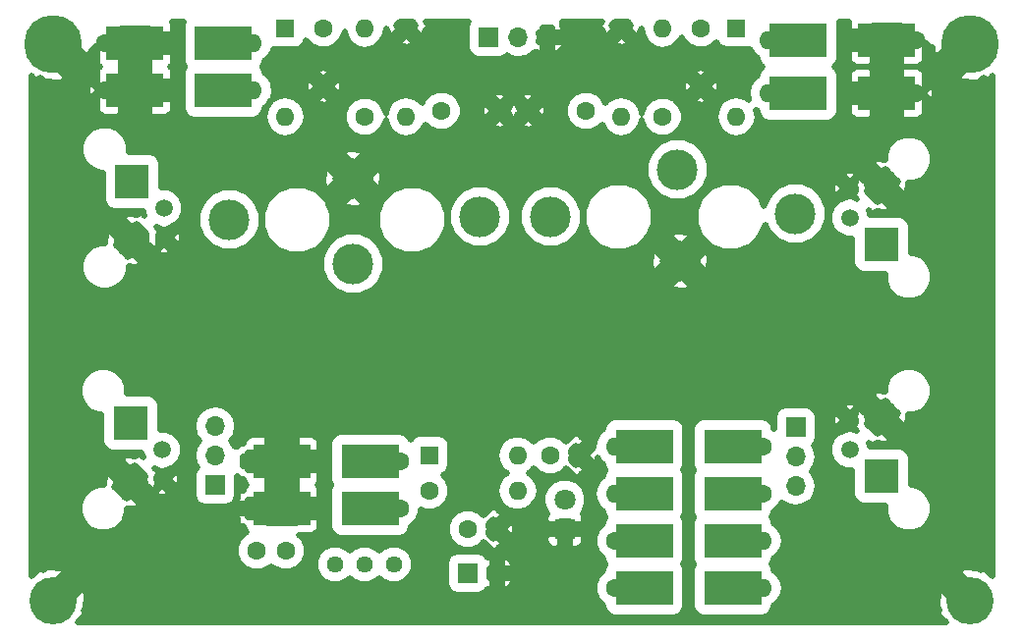
<source format=gbr>
G04 #@! TF.FileFunction,Copper,L1,Top,Signal*
%FSLAX46Y46*%
G04 Gerber Fmt 4.6, Leading zero omitted, Abs format (unit mm)*
G04 Created by KiCad (PCBNEW 4.0.7) date 11/26/21 21:25:52*
%MOMM*%
%LPD*%
G01*
G04 APERTURE LIST*
%ADD10C,0.100000*%
%ADD11R,1.700000X1.700000*%
%ADD12O,1.700000X1.700000*%
%ADD13C,1.600000*%
%ADD14O,1.600000X1.600000*%
%ADD15R,5.000000X3.000000*%
%ADD16C,3.500000*%
%ADD17C,5.000000*%
%ADD18R,1.600000X1.600000*%
%ADD19C,1.500000*%
%ADD20R,3.000000X3.000000*%
%ADD21C,3.000000*%
%ADD22C,4.064000*%
%ADD23R,1.800000X1.800000*%
%ADD24C,1.800000*%
%ADD25C,1.440000*%
%ADD26C,1.000000*%
%ADD27C,0.500000*%
G04 APERTURE END LIST*
D10*
D11*
X106950000Y-76050000D03*
D12*
X106950000Y-78590000D03*
X106950000Y-81130000D03*
D13*
X91390000Y-85854000D03*
D14*
X104090000Y-85854000D03*
D15*
X93930000Y-85854000D03*
X101550000Y-85854000D03*
D13*
X104090000Y-81790000D03*
D14*
X91390000Y-81790000D03*
D15*
X101550000Y-81790000D03*
X93930000Y-81790000D03*
D13*
X104090000Y-77726000D03*
D14*
X91390000Y-77726000D03*
D15*
X101550000Y-77726000D03*
X93930000Y-77726000D03*
D13*
X117348000Y-42672000D03*
D14*
X104648000Y-42672000D03*
D15*
X114808000Y-42672000D03*
X107188000Y-42672000D03*
D13*
X47498000Y-42926000D03*
D14*
X60198000Y-42926000D03*
D15*
X50038000Y-42926000D03*
X57658000Y-42926000D03*
D13*
X117348000Y-47244000D03*
D14*
X104648000Y-47244000D03*
D15*
X114808000Y-47244000D03*
X107188000Y-47244000D03*
D16*
X58166000Y-58166000D03*
X85852000Y-57912000D03*
X79756000Y-57912000D03*
X106934000Y-57658000D03*
D17*
X43000000Y-43000000D03*
X122000000Y-43000000D03*
D16*
X68834000Y-54610000D03*
X68834000Y-61976000D03*
X96774000Y-53848000D03*
D13*
X66294000Y-41656000D03*
X66294000Y-46656000D03*
X76454000Y-48768000D03*
X81454000Y-48768000D03*
X98806000Y-41656000D03*
X98806000Y-46656000D03*
X88900000Y-48768000D03*
X83900000Y-48768000D03*
D11*
X80518000Y-42418000D03*
D12*
X83058000Y-42418000D03*
X85598000Y-42418000D03*
D13*
X69850000Y-49276000D03*
D14*
X69850000Y-41656000D03*
D13*
X73406000Y-41656000D03*
D14*
X73406000Y-49276000D03*
D13*
X95504000Y-49276000D03*
D14*
X95504000Y-41656000D03*
D13*
X91948000Y-41656000D03*
D14*
X91948000Y-49276000D03*
D18*
X62992000Y-41656000D03*
D14*
X62992000Y-49276000D03*
D18*
X101854000Y-41656000D03*
D14*
X101854000Y-49276000D03*
D13*
X47498000Y-46990000D03*
D14*
X60198000Y-46990000D03*
D15*
X50038000Y-46990000D03*
X57658000Y-46990000D03*
D19*
X52512000Y-57150000D03*
X52512000Y-59690000D03*
D20*
X49784000Y-54864000D03*
D21*
X49784000Y-59944000D03*
D19*
X111620000Y-58000000D03*
X111620000Y-55460000D03*
D20*
X114348000Y-60286000D03*
D21*
X114348000Y-55206000D03*
D22*
X122000000Y-91000000D03*
X43000000Y-91000000D03*
D16*
X97028000Y-61722000D03*
D18*
X75388000Y-78488000D03*
D14*
X83008000Y-78488000D03*
D23*
X87072000Y-84838000D03*
D24*
X87072000Y-82298000D03*
D19*
X111620000Y-78000000D03*
X111620000Y-75460000D03*
D20*
X114348000Y-80286000D03*
D21*
X114348000Y-75206000D03*
D19*
X52380000Y-78000000D03*
X52380000Y-80540000D03*
D20*
X49652000Y-75714000D03*
D21*
X49652000Y-80794000D03*
D11*
X56950000Y-81050000D03*
D12*
X56950000Y-78510000D03*
X56950000Y-75970000D03*
D13*
X72848000Y-78996000D03*
D14*
X60148000Y-78996000D03*
D15*
X70308000Y-78996000D03*
X62688000Y-78996000D03*
D13*
X72848000Y-83060000D03*
D14*
X60148000Y-83060000D03*
D15*
X70308000Y-83060000D03*
X62688000Y-83060000D03*
D13*
X91390000Y-89918000D03*
D14*
X104090000Y-89918000D03*
D15*
X93930000Y-89918000D03*
X101550000Y-89918000D03*
D13*
X75388000Y-81536000D03*
D14*
X83008000Y-81536000D03*
D13*
X85802000Y-78488000D03*
X88302000Y-78488000D03*
X60530000Y-86720000D03*
X63030000Y-86720000D03*
X78690000Y-84838000D03*
X81190000Y-84838000D03*
D11*
X78690000Y-88648000D03*
D12*
X81230000Y-88648000D03*
D25*
X72340000Y-87886000D03*
X69800000Y-87886000D03*
X67260000Y-87886000D03*
D26*
X60148000Y-83060000D02*
X62688000Y-83060000D01*
X60148000Y-78996000D02*
X62688000Y-78996000D01*
X114808000Y-47244000D02*
X117348000Y-47244000D01*
X114808000Y-42672000D02*
X117348000Y-42672000D01*
X50038000Y-46990000D02*
X47498000Y-46990000D01*
X50038000Y-42926000D02*
X47498000Y-42926000D01*
X57658000Y-46990000D02*
X60198000Y-46990000D01*
X57658000Y-42926000D02*
X60198000Y-42926000D01*
X107188000Y-47244000D02*
X104648000Y-47244000D01*
X107188000Y-42672000D02*
X104648000Y-42672000D01*
X91390000Y-89918000D02*
X93930000Y-89918000D01*
X91390000Y-85854000D02*
X93930000Y-85854000D01*
X104090000Y-85854000D02*
X101550000Y-85854000D01*
X104090000Y-89918000D02*
X101550000Y-89918000D01*
X104090000Y-81790000D02*
X101550000Y-81790000D01*
X104090000Y-77726000D02*
X101550000Y-77726000D01*
X72848000Y-78996000D02*
X70308000Y-78996000D01*
X72848000Y-83060000D02*
X70308000Y-83060000D01*
X91390000Y-77726000D02*
X93930000Y-77726000D01*
X91390000Y-81790000D02*
X93930000Y-81790000D01*
D27*
G36*
X54138409Y-41426000D02*
X54138409Y-44426000D01*
X54208138Y-44796578D01*
X54311617Y-44957389D01*
X54218738Y-45093322D01*
X54138409Y-45490000D01*
X54138409Y-48490000D01*
X54208138Y-48860578D01*
X54427149Y-49200931D01*
X54761322Y-49429262D01*
X55158000Y-49509591D01*
X60158000Y-49509591D01*
X60528578Y-49439862D01*
X60838028Y-49240736D01*
X61192000Y-49240736D01*
X61192000Y-49311264D01*
X61329017Y-50000094D01*
X61719208Y-50584056D01*
X62303170Y-50974247D01*
X62992000Y-51111264D01*
X63680830Y-50974247D01*
X64264792Y-50584056D01*
X64654983Y-50000094D01*
X64728107Y-49632471D01*
X68049688Y-49632471D01*
X68323145Y-50294286D01*
X68829051Y-50801076D01*
X69490387Y-51075687D01*
X70206471Y-51076312D01*
X70868286Y-50802855D01*
X71375076Y-50296949D01*
X71649687Y-49635613D01*
X71649778Y-49531351D01*
X71743017Y-50000094D01*
X72133208Y-50584056D01*
X72717170Y-50974247D01*
X73406000Y-51111264D01*
X74094830Y-50974247D01*
X74678792Y-50584056D01*
X75068983Y-50000094D01*
X75080879Y-49940289D01*
X75433051Y-50293076D01*
X76094387Y-50567687D01*
X76810471Y-50568312D01*
X77472286Y-50294855D01*
X77768853Y-49998805D01*
X80788881Y-49998805D01*
X80873983Y-50246846D01*
X81484064Y-50356239D01*
X82034017Y-50246846D01*
X82119119Y-49998805D01*
X83234881Y-49998805D01*
X83319983Y-50246846D01*
X83930064Y-50356239D01*
X84480017Y-50246846D01*
X84565119Y-49998805D01*
X83900000Y-49333685D01*
X83234881Y-49998805D01*
X82119119Y-49998805D01*
X81454000Y-49333685D01*
X80788881Y-49998805D01*
X77768853Y-49998805D01*
X77979076Y-49788949D01*
X78253687Y-49127613D01*
X78253974Y-48798064D01*
X79865761Y-48798064D01*
X79975154Y-49348017D01*
X80223195Y-49433119D01*
X80888315Y-48768000D01*
X82019685Y-48768000D01*
X82376820Y-49125134D01*
X82421154Y-49348017D01*
X82669195Y-49433119D01*
X82677000Y-49425314D01*
X82684805Y-49433119D01*
X82932846Y-49348017D01*
X82971856Y-49130458D01*
X83334315Y-48768000D01*
X84465685Y-48768000D01*
X85130805Y-49433119D01*
X85378846Y-49348017D01*
X85418929Y-49124471D01*
X87099688Y-49124471D01*
X87373145Y-49786286D01*
X87879051Y-50293076D01*
X88540387Y-50567687D01*
X89256471Y-50568312D01*
X89918286Y-50294855D01*
X90273179Y-49940581D01*
X90285017Y-50000094D01*
X90675208Y-50584056D01*
X91259170Y-50974247D01*
X91948000Y-51111264D01*
X92636830Y-50974247D01*
X93220792Y-50584056D01*
X93610983Y-50000094D01*
X93703774Y-49533601D01*
X93703688Y-49632471D01*
X93977145Y-50294286D01*
X94483051Y-50801076D01*
X95144387Y-51075687D01*
X95860471Y-51076312D01*
X96522286Y-50802855D01*
X97029076Y-50296949D01*
X97303687Y-49635613D01*
X97304312Y-48919529D01*
X97030855Y-48257714D01*
X96660593Y-47886805D01*
X98140881Y-47886805D01*
X98225983Y-48134846D01*
X98836064Y-48244239D01*
X99386017Y-48134846D01*
X99471119Y-47886805D01*
X98806000Y-47221685D01*
X98140881Y-47886805D01*
X96660593Y-47886805D01*
X96524949Y-47750924D01*
X95863613Y-47476313D01*
X95147529Y-47475688D01*
X94485714Y-47749145D01*
X93978924Y-48255051D01*
X93704313Y-48916387D01*
X93704222Y-49020649D01*
X93610983Y-48551906D01*
X93220792Y-47967944D01*
X92636830Y-47577753D01*
X91948000Y-47440736D01*
X91259170Y-47577753D01*
X90675208Y-47967944D01*
X90577467Y-48114223D01*
X90426855Y-47749714D01*
X89920949Y-47242924D01*
X89259613Y-46968313D01*
X88543529Y-46967688D01*
X87881714Y-47241145D01*
X87374924Y-47747051D01*
X87100313Y-48408387D01*
X87099688Y-49124471D01*
X85418929Y-49124471D01*
X85488239Y-48737936D01*
X85378846Y-48187983D01*
X85130805Y-48102881D01*
X84465685Y-48768000D01*
X83334315Y-48768000D01*
X82977180Y-48410866D01*
X82932846Y-48187983D01*
X82684805Y-48102881D01*
X82677000Y-48110686D01*
X82669195Y-48102881D01*
X82421154Y-48187983D01*
X82382144Y-48405542D01*
X82019685Y-48768000D01*
X80888315Y-48768000D01*
X80223195Y-48102881D01*
X79975154Y-48187983D01*
X79865761Y-48798064D01*
X78253974Y-48798064D01*
X78254312Y-48411529D01*
X77980855Y-47749714D01*
X77768707Y-47537195D01*
X80788881Y-47537195D01*
X81454000Y-48202315D01*
X82119119Y-47537195D01*
X83234881Y-47537195D01*
X83900000Y-48202315D01*
X84565119Y-47537195D01*
X84480017Y-47289154D01*
X83869936Y-47179761D01*
X83319983Y-47289154D01*
X83234881Y-47537195D01*
X82119119Y-47537195D01*
X82034017Y-47289154D01*
X81423936Y-47179761D01*
X80873983Y-47289154D01*
X80788881Y-47537195D01*
X77768707Y-47537195D01*
X77474949Y-47242924D01*
X76813613Y-46968313D01*
X76097529Y-46967688D01*
X75435714Y-47241145D01*
X74928924Y-47747051D01*
X74776488Y-48114157D01*
X74678792Y-47967944D01*
X74094830Y-47577753D01*
X73406000Y-47440736D01*
X72717170Y-47577753D01*
X72133208Y-47967944D01*
X71743017Y-48551906D01*
X71650226Y-49018399D01*
X71650312Y-48919529D01*
X71376855Y-48257714D01*
X70870949Y-47750924D01*
X70209613Y-47476313D01*
X69493529Y-47475688D01*
X68831714Y-47749145D01*
X68324924Y-48255051D01*
X68050313Y-48916387D01*
X68049688Y-49632471D01*
X64728107Y-49632471D01*
X64792000Y-49311264D01*
X64792000Y-49240736D01*
X64654983Y-48551906D01*
X64264792Y-47967944D01*
X64143359Y-47886805D01*
X65628881Y-47886805D01*
X65713983Y-48134846D01*
X66324064Y-48244239D01*
X66874017Y-48134846D01*
X66959119Y-47886805D01*
X66294000Y-47221685D01*
X65628881Y-47886805D01*
X64143359Y-47886805D01*
X63680830Y-47577753D01*
X62992000Y-47440736D01*
X62303170Y-47577753D01*
X61719208Y-47967944D01*
X61329017Y-48551906D01*
X61192000Y-49240736D01*
X60838028Y-49240736D01*
X60868931Y-49220851D01*
X61097262Y-48886678D01*
X61177591Y-48490000D01*
X61177591Y-48482265D01*
X61506056Y-48262792D01*
X61896247Y-47678830D01*
X62033264Y-46990000D01*
X61972808Y-46686064D01*
X64705761Y-46686064D01*
X64815154Y-47236017D01*
X65063195Y-47321119D01*
X65728315Y-46656000D01*
X66859685Y-46656000D01*
X67524805Y-47321119D01*
X67772846Y-47236017D01*
X67871457Y-46686064D01*
X97217761Y-46686064D01*
X97327154Y-47236017D01*
X97575195Y-47321119D01*
X98240315Y-46656000D01*
X99371685Y-46656000D01*
X100036805Y-47321119D01*
X100284846Y-47236017D01*
X100394239Y-46625936D01*
X100284846Y-46075983D01*
X100036805Y-45990881D01*
X99371685Y-46656000D01*
X98240315Y-46656000D01*
X97575195Y-45990881D01*
X97327154Y-46075983D01*
X97217761Y-46686064D01*
X67871457Y-46686064D01*
X67882239Y-46625936D01*
X67772846Y-46075983D01*
X67524805Y-45990881D01*
X66859685Y-46656000D01*
X65728315Y-46656000D01*
X65063195Y-45990881D01*
X64815154Y-46075983D01*
X64705761Y-46686064D01*
X61972808Y-46686064D01*
X61896247Y-46301170D01*
X61506056Y-45717208D01*
X61177591Y-45497735D01*
X61177591Y-45490000D01*
X61165398Y-45425195D01*
X65628881Y-45425195D01*
X66294000Y-46090315D01*
X66959119Y-45425195D01*
X98140881Y-45425195D01*
X98806000Y-46090315D01*
X99471119Y-45425195D01*
X99386017Y-45177154D01*
X98775936Y-45067761D01*
X98225983Y-45177154D01*
X98140881Y-45425195D01*
X66959119Y-45425195D01*
X66874017Y-45177154D01*
X66263936Y-45067761D01*
X65713983Y-45177154D01*
X65628881Y-45425195D01*
X61165398Y-45425195D01*
X61107862Y-45119422D01*
X61004383Y-44958611D01*
X61097262Y-44822678D01*
X61177591Y-44426000D01*
X61177591Y-44418265D01*
X61506056Y-44198792D01*
X61896247Y-43614830D01*
X61934323Y-43423410D01*
X62192000Y-43475591D01*
X63792000Y-43475591D01*
X64162578Y-43405862D01*
X64502931Y-43186851D01*
X64731262Y-42852678D01*
X64767346Y-42674488D01*
X65273051Y-43181076D01*
X65934387Y-43455687D01*
X66650471Y-43456312D01*
X67312286Y-43182855D01*
X67819076Y-42676949D01*
X68093687Y-42015613D01*
X68093778Y-41911351D01*
X68187017Y-42380094D01*
X68577208Y-42964056D01*
X69161170Y-43354247D01*
X69850000Y-43491264D01*
X70538830Y-43354247D01*
X71122792Y-42964056D01*
X71174409Y-42886805D01*
X72740881Y-42886805D01*
X72825983Y-43134846D01*
X73436064Y-43244239D01*
X73986017Y-43134846D01*
X74071119Y-42886805D01*
X73406000Y-42221685D01*
X72740881Y-42886805D01*
X71174409Y-42886805D01*
X71512983Y-42380094D01*
X71650000Y-41691264D01*
X71650000Y-41667770D01*
X71854874Y-41872643D01*
X71927154Y-42236017D01*
X72175195Y-42321119D01*
X72840315Y-41656000D01*
X72557472Y-41373157D01*
X72855629Y-41075000D01*
X73390685Y-41075000D01*
X73406000Y-41090315D01*
X73421315Y-41075000D01*
X73956371Y-41075000D01*
X74254528Y-41373157D01*
X73971685Y-41656000D01*
X74636805Y-42321119D01*
X74884846Y-42236017D01*
X74948446Y-41881323D01*
X75409677Y-41420093D01*
X75064584Y-41075000D01*
X78794552Y-41075000D01*
X78728738Y-41171322D01*
X78648409Y-41568000D01*
X78648409Y-43268000D01*
X78718138Y-43638578D01*
X78937149Y-43978931D01*
X79271322Y-44207262D01*
X79668000Y-44287591D01*
X81368000Y-44287591D01*
X81738578Y-44217862D01*
X82078931Y-43998851D01*
X82086707Y-43987471D01*
X82350036Y-44163421D01*
X83058000Y-44304244D01*
X83765964Y-44163421D01*
X84366148Y-43762392D01*
X84429217Y-43668002D01*
X84613466Y-43668002D01*
X84935631Y-43883241D01*
X85173000Y-43771336D01*
X85173000Y-42843000D01*
X86023000Y-42843000D01*
X86023000Y-43771336D01*
X86260369Y-43883241D01*
X86698255Y-43590689D01*
X87063272Y-43080374D01*
X86978528Y-42886805D01*
X91282881Y-42886805D01*
X91367983Y-43134846D01*
X91978064Y-43244239D01*
X92528017Y-43134846D01*
X92613119Y-42886805D01*
X91948000Y-42221685D01*
X91282881Y-42886805D01*
X86978528Y-42886805D01*
X86959350Y-42843000D01*
X86023000Y-42843000D01*
X85173000Y-42843000D01*
X84830672Y-42843000D01*
X84908000Y-42454244D01*
X84908000Y-42381756D01*
X84830672Y-41993000D01*
X85173000Y-41993000D01*
X85173000Y-41568000D01*
X86023000Y-41568000D01*
X86023000Y-41993000D01*
X86959350Y-41993000D01*
X87063272Y-41755626D01*
X86848002Y-41454666D01*
X86848002Y-41075000D01*
X90289416Y-41075000D01*
X89944323Y-41420093D01*
X90396874Y-41872643D01*
X90469154Y-42236017D01*
X90717195Y-42321119D01*
X91382315Y-41656000D01*
X91099472Y-41373157D01*
X91397629Y-41075000D01*
X91932685Y-41075000D01*
X91948000Y-41090315D01*
X91963315Y-41075000D01*
X92498371Y-41075000D01*
X92796528Y-41373157D01*
X92513685Y-41656000D01*
X93178805Y-42321119D01*
X93426846Y-42236017D01*
X93490446Y-41881323D01*
X93704000Y-41667770D01*
X93704000Y-41691264D01*
X93841017Y-42380094D01*
X94231208Y-42964056D01*
X94815170Y-43354247D01*
X95504000Y-43491264D01*
X96192830Y-43354247D01*
X96776792Y-42964056D01*
X97161177Y-42388783D01*
X97279145Y-42674286D01*
X97785051Y-43181076D01*
X98446387Y-43455687D01*
X99162471Y-43456312D01*
X99824286Y-43182855D01*
X100134273Y-42873409D01*
X100323149Y-43166931D01*
X100657322Y-43395262D01*
X101054000Y-43475591D01*
X102654000Y-43475591D01*
X102984839Y-43413339D01*
X103339944Y-43944792D01*
X103668409Y-44164265D01*
X103668409Y-44172000D01*
X103738138Y-44542578D01*
X103957149Y-44882931D01*
X104064958Y-44956594D01*
X103977069Y-45013149D01*
X103748738Y-45347322D01*
X103668409Y-45744000D01*
X103668409Y-45751735D01*
X103339944Y-45971208D01*
X102949753Y-46555170D01*
X102812736Y-47244000D01*
X102930671Y-47836900D01*
X102542830Y-47577753D01*
X101854000Y-47440736D01*
X101165170Y-47577753D01*
X100581208Y-47967944D01*
X100191017Y-48551906D01*
X100054000Y-49240736D01*
X100054000Y-49311264D01*
X100191017Y-50000094D01*
X100581208Y-50584056D01*
X101165170Y-50974247D01*
X101854000Y-51111264D01*
X102542830Y-50974247D01*
X103126792Y-50584056D01*
X103516983Y-50000094D01*
X103654000Y-49311264D01*
X103654000Y-49240736D01*
X103536065Y-48647836D01*
X103668409Y-48736265D01*
X103668409Y-48744000D01*
X103738138Y-49114578D01*
X103957149Y-49454931D01*
X104291322Y-49683262D01*
X104688000Y-49763591D01*
X109688000Y-49763591D01*
X110058578Y-49693862D01*
X110398931Y-49474851D01*
X110627262Y-49140678D01*
X110707591Y-48744000D01*
X110707591Y-48183500D01*
X111550000Y-48183500D01*
X111550000Y-48894775D01*
X111665398Y-49173372D01*
X111878627Y-49386601D01*
X112157224Y-49502000D01*
X113368500Y-49502000D01*
X113558000Y-49312500D01*
X113558000Y-47994000D01*
X111739500Y-47994000D01*
X111550000Y-48183500D01*
X110707591Y-48183500D01*
X110707591Y-47008093D01*
X115344323Y-47008093D01*
X115580230Y-47244000D01*
X115344323Y-47479907D01*
X116058000Y-48193584D01*
X116058000Y-49312500D01*
X116247500Y-49502000D01*
X117458776Y-49502000D01*
X117737373Y-49386601D01*
X117950602Y-49173372D01*
X118066000Y-48894775D01*
X118066000Y-47396315D01*
X118578805Y-47909119D01*
X118826846Y-47824017D01*
X118936239Y-47213936D01*
X118826846Y-46663983D01*
X118578805Y-46578881D01*
X118066000Y-47091685D01*
X118066000Y-45593225D01*
X117950602Y-45314628D01*
X117737373Y-45101399D01*
X117458776Y-44986000D01*
X116247500Y-44986000D01*
X116058000Y-45175500D01*
X116058000Y-46294416D01*
X115344323Y-47008093D01*
X110707591Y-47008093D01*
X110707591Y-45744000D01*
X110679221Y-45593225D01*
X111550000Y-45593225D01*
X111550000Y-46304500D01*
X111739500Y-46494000D01*
X113558000Y-46494000D01*
X113558000Y-45175500D01*
X113368500Y-44986000D01*
X112157224Y-44986000D01*
X111878627Y-45101399D01*
X111665398Y-45314628D01*
X111550000Y-45593225D01*
X110679221Y-45593225D01*
X110637862Y-45373422D01*
X110418851Y-45033069D01*
X110311042Y-44959406D01*
X110398931Y-44902851D01*
X110627262Y-44568678D01*
X110707591Y-44172000D01*
X110707591Y-43611500D01*
X111550000Y-43611500D01*
X111550000Y-44322775D01*
X111665398Y-44601372D01*
X111878627Y-44814601D01*
X112157224Y-44930000D01*
X113368500Y-44930000D01*
X113558000Y-44740500D01*
X113558000Y-43422000D01*
X111739500Y-43422000D01*
X111550000Y-43611500D01*
X110707591Y-43611500D01*
X110707591Y-41172000D01*
X110689339Y-41075000D01*
X111550000Y-41075000D01*
X111550000Y-41732500D01*
X111739500Y-41922000D01*
X113558000Y-41922000D01*
X113558000Y-41402000D01*
X116058000Y-41402000D01*
X116058000Y-41722416D01*
X115344323Y-42436093D01*
X115580230Y-42672000D01*
X115344323Y-42907907D01*
X116058000Y-43621584D01*
X116058000Y-44740500D01*
X116247500Y-44930000D01*
X117458776Y-44930000D01*
X117737373Y-44814601D01*
X117950602Y-44601372D01*
X118066000Y-44322775D01*
X118066000Y-42824315D01*
X118578805Y-43337119D01*
X118725270Y-43286867D01*
X118715561Y-43496996D01*
X118775382Y-43797737D01*
X119085232Y-44147001D01*
X120232233Y-43000000D01*
X120218091Y-42985858D01*
X121985858Y-41218091D01*
X122000000Y-41232233D01*
X122014143Y-41218091D01*
X123781910Y-42985858D01*
X123767767Y-43000000D01*
X123781910Y-43014143D01*
X122014143Y-44781910D01*
X122000000Y-44767767D01*
X120852999Y-45914768D01*
X121202263Y-46224618D01*
X122496996Y-46284439D01*
X122797737Y-46224618D01*
X123146999Y-45914769D01*
X123461539Y-46229309D01*
X123925000Y-45765848D01*
X123925000Y-88908970D01*
X123124130Y-88108100D01*
X122855755Y-88376475D01*
X122739804Y-88253225D01*
X121632344Y-88179200D01*
X121260196Y-88253225D01*
X120983830Y-88546989D01*
X122000000Y-89563159D01*
X122179606Y-89383554D01*
X123616447Y-90820395D01*
X123436841Y-91000000D01*
X123616447Y-91179606D01*
X122179606Y-92616447D01*
X122000000Y-92436841D01*
X121820395Y-92616447D01*
X120383554Y-91179606D01*
X120563159Y-91000000D01*
X119546989Y-89983830D01*
X119253225Y-90260196D01*
X119179200Y-91367656D01*
X119253225Y-91739804D01*
X119376475Y-91855755D01*
X119108100Y-92124130D01*
X119908970Y-92925000D01*
X45091030Y-92925000D01*
X45891900Y-92124130D01*
X45623525Y-91855755D01*
X45746775Y-91739804D01*
X45820800Y-90632344D01*
X45746775Y-90260196D01*
X45453011Y-89983830D01*
X44436841Y-91000000D01*
X44616447Y-91179606D01*
X43179606Y-92616447D01*
X43000000Y-92436841D01*
X42820395Y-92616447D01*
X41383554Y-91179606D01*
X41563159Y-91000000D01*
X41383554Y-90820395D01*
X42820395Y-89383554D01*
X43000000Y-89563159D01*
X44016170Y-88546989D01*
X43739804Y-88253225D01*
X42632344Y-88179200D01*
X42260196Y-88253225D01*
X42144245Y-88376475D01*
X41875870Y-88108100D01*
X41075000Y-88908970D01*
X41075000Y-83485981D01*
X45249645Y-83485981D01*
X45561081Y-84239715D01*
X46137252Y-84816892D01*
X46890441Y-85129643D01*
X47705981Y-85130355D01*
X48459715Y-84818919D01*
X49036892Y-84242748D01*
X49266150Y-83690631D01*
X58723335Y-83690631D01*
X58897998Y-83952061D01*
X58897998Y-84618000D01*
X59430000Y-84618000D01*
X59430000Y-84710775D01*
X59545398Y-84989372D01*
X59679743Y-85123717D01*
X59511714Y-85193145D01*
X59004924Y-85699051D01*
X58730313Y-86360387D01*
X58729688Y-87076471D01*
X59003145Y-87738286D01*
X59509051Y-88245076D01*
X60170387Y-88519687D01*
X60886471Y-88520312D01*
X61548286Y-88246855D01*
X61779960Y-88015585D01*
X62009051Y-88245076D01*
X62670387Y-88519687D01*
X63386471Y-88520312D01*
X64048286Y-88246855D01*
X64068548Y-88226628D01*
X65539702Y-88226628D01*
X65801005Y-88859029D01*
X66284426Y-89343295D01*
X66916370Y-89605701D01*
X67600628Y-89606298D01*
X68233029Y-89344995D01*
X68530094Y-89048448D01*
X68824426Y-89343295D01*
X69456370Y-89605701D01*
X70140628Y-89606298D01*
X70773029Y-89344995D01*
X71070094Y-89048448D01*
X71364426Y-89343295D01*
X71996370Y-89605701D01*
X72680628Y-89606298D01*
X73313029Y-89344995D01*
X73797295Y-88861574D01*
X74059701Y-88229630D01*
X74060077Y-87798000D01*
X76820409Y-87798000D01*
X76820409Y-89498000D01*
X76890138Y-89868578D01*
X77109149Y-90208931D01*
X77443322Y-90437262D01*
X77840000Y-90517591D01*
X79540000Y-90517591D01*
X79910578Y-90447862D01*
X80250931Y-90228851D01*
X80404426Y-90004204D01*
X80567631Y-90113241D01*
X80805000Y-90001336D01*
X80805000Y-89073000D01*
X81655000Y-89073000D01*
X81655000Y-90001336D01*
X81892369Y-90113241D01*
X82330255Y-89820689D01*
X82695272Y-89310374D01*
X82591350Y-89073000D01*
X81655000Y-89073000D01*
X80805000Y-89073000D01*
X80559591Y-89073000D01*
X80559591Y-88223000D01*
X80805000Y-88223000D01*
X80805000Y-87294664D01*
X81655000Y-87294664D01*
X81655000Y-88223000D01*
X82591350Y-88223000D01*
X82695272Y-87985626D01*
X82330255Y-87475311D01*
X81892369Y-87182759D01*
X81655000Y-87294664D01*
X80805000Y-87294664D01*
X80567631Y-87182759D01*
X80403142Y-87292655D01*
X80270851Y-87087069D01*
X79936678Y-86858738D01*
X79540000Y-86778409D01*
X77840000Y-86778409D01*
X77469422Y-86848138D01*
X77129069Y-87067149D01*
X76900738Y-87401322D01*
X76820409Y-87798000D01*
X74060077Y-87798000D01*
X74060298Y-87545372D01*
X73798995Y-86912971D01*
X73315574Y-86428705D01*
X72683630Y-86166299D01*
X71999372Y-86165702D01*
X71366971Y-86427005D01*
X71069906Y-86723552D01*
X70775574Y-86428705D01*
X70143630Y-86166299D01*
X69459372Y-86165702D01*
X68826971Y-86427005D01*
X68529906Y-86723552D01*
X68235574Y-86428705D01*
X67603630Y-86166299D01*
X66919372Y-86165702D01*
X66286971Y-86427005D01*
X65802705Y-86910426D01*
X65540299Y-87542370D01*
X65539702Y-88226628D01*
X64068548Y-88226628D01*
X64555076Y-87740949D01*
X64829687Y-87079613D01*
X64830312Y-86363529D01*
X64556855Y-85701714D01*
X64173810Y-85318000D01*
X65338776Y-85318000D01*
X65617373Y-85202601D01*
X65830602Y-84989372D01*
X65946000Y-84710775D01*
X65946000Y-83999500D01*
X65756500Y-83810000D01*
X63938000Y-83810000D01*
X63938000Y-84330000D01*
X61438000Y-84330000D01*
X61438000Y-83892193D01*
X61572665Y-83690631D01*
X61456737Y-83460000D01*
X60548000Y-83460000D01*
X60548000Y-83810000D01*
X59748000Y-83810000D01*
X59748000Y-83460000D01*
X58839263Y-83460000D01*
X58723335Y-83690631D01*
X49266150Y-83690631D01*
X49349643Y-83489559D01*
X49350042Y-83033030D01*
X49873149Y-83085592D01*
X50324639Y-82995784D01*
X50518301Y-82720961D01*
X49652000Y-81854660D01*
X49284304Y-82222356D01*
X49078833Y-82016885D01*
X49038919Y-81920285D01*
X48839733Y-81720751D01*
X51729579Y-81720751D01*
X51806928Y-81966753D01*
X52396546Y-82077453D01*
X52953072Y-81966753D01*
X53030421Y-81720751D01*
X52380000Y-81070330D01*
X51729579Y-81720751D01*
X48839733Y-81720751D01*
X48462748Y-81343108D01*
X48364089Y-81302141D01*
X48223644Y-81161696D01*
X48591340Y-80794000D01*
X47725039Y-79927699D01*
X47450216Y-80121361D01*
X47360408Y-81015149D01*
X47363373Y-81030055D01*
X46894019Y-81029645D01*
X46140285Y-81341081D01*
X45563108Y-81917252D01*
X45250357Y-82670441D01*
X45249645Y-83485981D01*
X41075000Y-83485981D01*
X41075000Y-73325981D01*
X45249645Y-73325981D01*
X45561081Y-74079715D01*
X46137252Y-74656892D01*
X46890441Y-74969643D01*
X47132409Y-74969854D01*
X47132409Y-77214000D01*
X47202138Y-77584578D01*
X47421149Y-77924931D01*
X47755322Y-78153262D01*
X48152000Y-78233591D01*
X50629795Y-78233591D01*
X50629696Y-78346569D01*
X50753764Y-78646836D01*
X50392579Y-78285651D01*
X50107802Y-78570428D01*
X49430851Y-78502408D01*
X48979361Y-78592216D01*
X48785699Y-78867039D01*
X49652000Y-79733340D01*
X50019696Y-79365644D01*
X50900725Y-80246673D01*
X50842547Y-80556546D01*
X50860394Y-80646266D01*
X50712660Y-80794000D01*
X50933759Y-81015099D01*
X50953247Y-81113072D01*
X51067727Y-81149067D01*
X51578961Y-81660301D01*
X51853784Y-81466639D01*
X51943592Y-80572851D01*
X51937058Y-80540000D01*
X52910330Y-80540000D01*
X53560751Y-81190421D01*
X53806753Y-81113072D01*
X53917453Y-80523454D01*
X53806753Y-79966928D01*
X53560751Y-79889579D01*
X52910330Y-80540000D01*
X51937058Y-80540000D01*
X51893375Y-80320395D01*
X52160349Y-80053421D01*
X51733244Y-79626316D01*
X52030376Y-79749696D01*
X52120104Y-79749774D01*
X52380000Y-80009670D01*
X52639442Y-79750228D01*
X52726569Y-79750304D01*
X53370001Y-79484443D01*
X53862713Y-78992590D01*
X54129696Y-78349624D01*
X54130304Y-77653431D01*
X53864443Y-77009999D01*
X53372590Y-76517287D01*
X52729624Y-76250304D01*
X52171591Y-76249817D01*
X52171591Y-75970000D01*
X55063756Y-75970000D01*
X55204579Y-76677964D01*
X55580118Y-77240000D01*
X55204579Y-77802036D01*
X55063756Y-78510000D01*
X55204579Y-79217964D01*
X55380649Y-79481472D01*
X55160738Y-79803322D01*
X55080409Y-80200000D01*
X55080409Y-81900000D01*
X55150138Y-82270578D01*
X55369149Y-82610931D01*
X55703322Y-82839262D01*
X56100000Y-82919591D01*
X57800000Y-82919591D01*
X58170578Y-82849862D01*
X58510931Y-82630851D01*
X58739262Y-82296678D01*
X58819591Y-81900000D01*
X58819591Y-80246002D01*
X58897998Y-80246002D01*
X58897998Y-80554000D01*
X59430000Y-80554000D01*
X59430000Y-80646775D01*
X59545398Y-80925372D01*
X59648026Y-81028000D01*
X59545398Y-81130628D01*
X59430000Y-81409225D01*
X59430000Y-81502000D01*
X58897998Y-81502000D01*
X58897998Y-82167939D01*
X58723335Y-82429369D01*
X58839263Y-82660000D01*
X59748000Y-82660000D01*
X59748000Y-82310000D01*
X60548000Y-82310000D01*
X60548000Y-82660000D01*
X61456737Y-82660000D01*
X61572665Y-82429369D01*
X61438000Y-82227807D01*
X61438000Y-79828193D01*
X61492913Y-79746000D01*
X63938000Y-79746000D01*
X63938000Y-82310000D01*
X65756500Y-82310000D01*
X65946000Y-82120500D01*
X65946000Y-81409225D01*
X65830602Y-81130628D01*
X65727974Y-81028000D01*
X65830602Y-80925372D01*
X65946000Y-80646775D01*
X65946000Y-79935500D01*
X65756500Y-79746000D01*
X63938000Y-79746000D01*
X61492913Y-79746000D01*
X61572665Y-79626631D01*
X61456737Y-79396000D01*
X60548000Y-79396000D01*
X60548000Y-79746000D01*
X59748000Y-79746000D01*
X59748000Y-79396000D01*
X59348000Y-79396000D01*
X59348000Y-78596000D01*
X59748000Y-78596000D01*
X59748000Y-78246000D01*
X60548000Y-78246000D01*
X60548000Y-78596000D01*
X61456737Y-78596000D01*
X61572665Y-78365369D01*
X61438000Y-78163807D01*
X61438000Y-76927500D01*
X63938000Y-76927500D01*
X63938000Y-78246000D01*
X65756500Y-78246000D01*
X65946000Y-78056500D01*
X65946000Y-77496000D01*
X66788409Y-77496000D01*
X66788409Y-80496000D01*
X66858138Y-80866578D01*
X66961617Y-81027389D01*
X66868738Y-81163322D01*
X66788409Y-81560000D01*
X66788409Y-84560000D01*
X66858138Y-84930578D01*
X67077149Y-85270931D01*
X67411322Y-85499262D01*
X67808000Y-85579591D01*
X72808000Y-85579591D01*
X73178578Y-85509862D01*
X73518931Y-85290851D01*
X73584784Y-85194471D01*
X76889688Y-85194471D01*
X77163145Y-85856286D01*
X77669051Y-86363076D01*
X78330387Y-86637687D01*
X79046471Y-86638312D01*
X79708286Y-86364855D01*
X80093114Y-85980698D01*
X80954093Y-86841677D01*
X81406643Y-86389126D01*
X81770017Y-86316846D01*
X81855119Y-86068805D01*
X81190000Y-85403685D01*
X80907157Y-85686528D01*
X80468725Y-85248096D01*
X80489687Y-85197613D01*
X80489884Y-84972431D01*
X80624315Y-84838000D01*
X81755685Y-84838000D01*
X82420805Y-85503119D01*
X82495474Y-85477500D01*
X85414000Y-85477500D01*
X85414000Y-85888776D01*
X85529399Y-86167373D01*
X85742628Y-86380602D01*
X86021225Y-86496000D01*
X86432500Y-86496000D01*
X86622000Y-86306500D01*
X86622000Y-85288000D01*
X87522000Y-85288000D01*
X87522000Y-86306500D01*
X87711500Y-86496000D01*
X88122775Y-86496000D01*
X88401372Y-86380602D01*
X88614601Y-86167373D01*
X88730000Y-85888776D01*
X88730000Y-85477500D01*
X88540500Y-85288000D01*
X87522000Y-85288000D01*
X86622000Y-85288000D01*
X85603500Y-85288000D01*
X85414000Y-85477500D01*
X82495474Y-85477500D01*
X82668846Y-85418017D01*
X82778239Y-84807936D01*
X82668846Y-84257983D01*
X82420805Y-84172881D01*
X81755685Y-84838000D01*
X80624315Y-84838000D01*
X80490118Y-84703803D01*
X80490312Y-84481529D01*
X80468321Y-84428308D01*
X80907157Y-83989472D01*
X81190000Y-84272315D01*
X81855119Y-83607195D01*
X81770017Y-83359154D01*
X81415323Y-83295554D01*
X80954093Y-82834323D01*
X80092887Y-83695529D01*
X79710949Y-83312924D01*
X79049613Y-83038313D01*
X78333529Y-83037688D01*
X77671714Y-83311145D01*
X77164924Y-83817051D01*
X76890313Y-84478387D01*
X76889688Y-85194471D01*
X73584784Y-85194471D01*
X73747262Y-84956678D01*
X73818123Y-84606756D01*
X73866286Y-84586855D01*
X74373076Y-84080949D01*
X74647687Y-83419613D01*
X74647898Y-83177694D01*
X75028387Y-83335687D01*
X75744471Y-83336312D01*
X76406286Y-83062855D01*
X76913076Y-82556949D01*
X77187687Y-81895613D01*
X77188312Y-81179529D01*
X76914855Y-80517714D01*
X76605409Y-80207727D01*
X76898931Y-80018851D01*
X77127262Y-79684678D01*
X77207591Y-79288000D01*
X77207591Y-78488000D01*
X81172736Y-78488000D01*
X81309753Y-79176830D01*
X81699944Y-79760792D01*
X82075903Y-80012000D01*
X81699944Y-80263208D01*
X81309753Y-80847170D01*
X81172736Y-81536000D01*
X81309753Y-82224830D01*
X81699944Y-82808792D01*
X82283906Y-83198983D01*
X82972736Y-83336000D01*
X83043264Y-83336000D01*
X83732094Y-83198983D01*
X84316056Y-82808792D01*
X84405937Y-82674275D01*
X85171671Y-82674275D01*
X85460319Y-83372857D01*
X85562655Y-83475371D01*
X85529399Y-83508627D01*
X85414000Y-83787224D01*
X85414000Y-84198500D01*
X85603500Y-84388000D01*
X86622000Y-84388000D01*
X86622000Y-84168433D01*
X86692409Y-84197669D01*
X87448275Y-84198329D01*
X87522000Y-84167866D01*
X87522000Y-84388000D01*
X88540500Y-84388000D01*
X88730000Y-84198500D01*
X88730000Y-83787224D01*
X88614601Y-83508627D01*
X88581635Y-83475661D01*
X88681802Y-83375669D01*
X88971669Y-82677591D01*
X88972329Y-81921725D01*
X88683681Y-81223143D01*
X88149669Y-80688198D01*
X87451591Y-80398331D01*
X86695725Y-80397671D01*
X85997143Y-80686319D01*
X85462198Y-81220331D01*
X85172331Y-81918409D01*
X85171671Y-82674275D01*
X84405937Y-82674275D01*
X84706247Y-82224830D01*
X84843264Y-81536000D01*
X84706247Y-80847170D01*
X84316056Y-80263208D01*
X83940097Y-80012000D01*
X84316056Y-79760792D01*
X84401522Y-79632884D01*
X84781051Y-80013076D01*
X85442387Y-80287687D01*
X86158471Y-80288312D01*
X86820286Y-80014855D01*
X87205114Y-79630698D01*
X88066093Y-80491677D01*
X88518643Y-80039126D01*
X88882017Y-79966846D01*
X88967119Y-79718805D01*
X88302000Y-79053685D01*
X88019157Y-79336528D01*
X87580725Y-78898096D01*
X87601687Y-78847613D01*
X87601884Y-78622431D01*
X87736315Y-78488000D01*
X88867685Y-78488000D01*
X89532805Y-79153119D01*
X89780846Y-79068017D01*
X89854338Y-78658155D01*
X90081944Y-78998792D01*
X90410409Y-79218265D01*
X90410409Y-79226000D01*
X90480138Y-79596578D01*
X90583617Y-79757389D01*
X90490738Y-79893322D01*
X90410409Y-80290000D01*
X90410409Y-80297735D01*
X90081944Y-80517208D01*
X89691753Y-81101170D01*
X89554736Y-81790000D01*
X89691753Y-82478830D01*
X90081944Y-83062792D01*
X90410409Y-83282265D01*
X90410409Y-83290000D01*
X90480138Y-83660578D01*
X90583617Y-83821389D01*
X90490738Y-83957322D01*
X90419877Y-84307244D01*
X90371714Y-84327145D01*
X89864924Y-84833051D01*
X89590313Y-85494387D01*
X89589688Y-86210471D01*
X89863145Y-86872286D01*
X90369051Y-87379076D01*
X90419033Y-87399830D01*
X90480138Y-87724578D01*
X90583617Y-87885389D01*
X90490738Y-88021322D01*
X90419877Y-88371244D01*
X90371714Y-88391145D01*
X89864924Y-88897051D01*
X89590313Y-89558387D01*
X89589688Y-90274471D01*
X89863145Y-90936286D01*
X90369051Y-91443076D01*
X90419033Y-91463830D01*
X90480138Y-91788578D01*
X90699149Y-92128931D01*
X91033322Y-92357262D01*
X91430000Y-92437591D01*
X96430000Y-92437591D01*
X96800578Y-92367862D01*
X97140931Y-92148851D01*
X97369262Y-91814678D01*
X97449591Y-91418000D01*
X97449591Y-88418000D01*
X97379862Y-88047422D01*
X97276383Y-87886611D01*
X97369262Y-87750678D01*
X97449591Y-87354000D01*
X97449591Y-84354000D01*
X97379862Y-83983422D01*
X97276383Y-83822611D01*
X97369262Y-83686678D01*
X97449591Y-83290000D01*
X97449591Y-80290000D01*
X97379862Y-79919422D01*
X97276383Y-79758611D01*
X97369262Y-79622678D01*
X97449591Y-79226000D01*
X97449591Y-76226000D01*
X98030409Y-76226000D01*
X98030409Y-79226000D01*
X98100138Y-79596578D01*
X98203617Y-79757389D01*
X98110738Y-79893322D01*
X98030409Y-80290000D01*
X98030409Y-83290000D01*
X98100138Y-83660578D01*
X98203617Y-83821389D01*
X98110738Y-83957322D01*
X98030409Y-84354000D01*
X98030409Y-87354000D01*
X98100138Y-87724578D01*
X98203617Y-87885389D01*
X98110738Y-88021322D01*
X98030409Y-88418000D01*
X98030409Y-91418000D01*
X98100138Y-91788578D01*
X98319149Y-92128931D01*
X98653322Y-92357262D01*
X99050000Y-92437591D01*
X104050000Y-92437591D01*
X104420578Y-92367862D01*
X104760931Y-92148851D01*
X104989262Y-91814678D01*
X105069591Y-91418000D01*
X105069591Y-91410265D01*
X105398056Y-91190792D01*
X105788247Y-90606830D01*
X105925264Y-89918000D01*
X105788247Y-89229170D01*
X105398056Y-88645208D01*
X105069591Y-88425735D01*
X105069591Y-88418000D01*
X104999862Y-88047422D01*
X104896383Y-87886611D01*
X104989262Y-87750678D01*
X105069591Y-87354000D01*
X105069591Y-87346265D01*
X105398056Y-87126792D01*
X105788247Y-86542830D01*
X105925264Y-85854000D01*
X105788247Y-85165170D01*
X105398056Y-84581208D01*
X105069591Y-84361735D01*
X105069591Y-84354000D01*
X104999862Y-83983422D01*
X104896383Y-83822611D01*
X104989262Y-83686678D01*
X105060123Y-83336756D01*
X105108286Y-83316855D01*
X105615076Y-82810949D01*
X105734199Y-82524069D01*
X106205792Y-82839177D01*
X106913756Y-82980000D01*
X106986244Y-82980000D01*
X107694208Y-82839177D01*
X108294392Y-82438148D01*
X108695421Y-81837964D01*
X108836244Y-81130000D01*
X108695421Y-80422036D01*
X108319882Y-79860000D01*
X108695421Y-79297964D01*
X108836244Y-78590000D01*
X108787823Y-78346569D01*
X109869696Y-78346569D01*
X110135557Y-78990001D01*
X110627410Y-79482713D01*
X111270376Y-79749696D01*
X111828409Y-79750183D01*
X111828409Y-81786000D01*
X111898138Y-82156578D01*
X112117149Y-82496931D01*
X112451322Y-82725262D01*
X112848000Y-82805591D01*
X114650239Y-82805591D01*
X114649645Y-83485981D01*
X114961081Y-84239715D01*
X115537252Y-84816892D01*
X116290441Y-85129643D01*
X117105981Y-85130355D01*
X117859715Y-84818919D01*
X118436892Y-84242748D01*
X118749643Y-83489559D01*
X118750355Y-82674019D01*
X118438919Y-81920285D01*
X117862748Y-81343108D01*
X117109559Y-81030357D01*
X116867591Y-81030146D01*
X116867591Y-78786000D01*
X116797862Y-78415422D01*
X116578851Y-78075069D01*
X116244678Y-77846738D01*
X115848000Y-77766409D01*
X113370205Y-77766409D01*
X113370304Y-77653431D01*
X113246236Y-77353164D01*
X113607421Y-77714349D01*
X113892198Y-77429572D01*
X114569149Y-77497592D01*
X115020639Y-77407784D01*
X115214301Y-77132961D01*
X114348000Y-76266660D01*
X113980304Y-76634356D01*
X113099275Y-75753327D01*
X113157453Y-75443454D01*
X113139606Y-75353734D01*
X113287340Y-75206000D01*
X113066241Y-74984901D01*
X113046753Y-74886928D01*
X112932273Y-74850933D01*
X112421039Y-74339699D01*
X112146216Y-74533361D01*
X112056408Y-75427149D01*
X112106625Y-75679605D01*
X111839651Y-75946579D01*
X112266756Y-76373684D01*
X111969624Y-76250304D01*
X111879896Y-76250226D01*
X111620000Y-75990330D01*
X111360558Y-76249772D01*
X111273431Y-76249696D01*
X110629999Y-76515557D01*
X110137287Y-77007410D01*
X109870304Y-77650376D01*
X109869696Y-78346569D01*
X108787823Y-78346569D01*
X108695421Y-77882036D01*
X108519351Y-77618528D01*
X108739262Y-77296678D01*
X108819591Y-76900000D01*
X108819591Y-75476546D01*
X110082547Y-75476546D01*
X110193247Y-76033072D01*
X110439249Y-76110421D01*
X111089670Y-75460000D01*
X110439249Y-74809579D01*
X110193247Y-74886928D01*
X110082547Y-75476546D01*
X108819591Y-75476546D01*
X108819591Y-75200000D01*
X108749862Y-74829422D01*
X108530851Y-74489069D01*
X108223770Y-74279249D01*
X110969579Y-74279249D01*
X111620000Y-74929670D01*
X112270421Y-74279249D01*
X112193072Y-74033247D01*
X111603454Y-73922547D01*
X111046928Y-74033247D01*
X110969579Y-74279249D01*
X108223770Y-74279249D01*
X108196678Y-74260738D01*
X107800000Y-74180409D01*
X106100000Y-74180409D01*
X105729422Y-74250138D01*
X105389069Y-74469149D01*
X105160738Y-74803322D01*
X105080409Y-75200000D01*
X105080409Y-76188243D01*
X105060967Y-76180170D01*
X104999862Y-75855422D01*
X104780851Y-75515069D01*
X104446678Y-75286738D01*
X104050000Y-75206409D01*
X99050000Y-75206409D01*
X98679422Y-75276138D01*
X98339069Y-75495149D01*
X98110738Y-75829322D01*
X98030409Y-76226000D01*
X97449591Y-76226000D01*
X97379862Y-75855422D01*
X97160851Y-75515069D01*
X96826678Y-75286738D01*
X96430000Y-75206409D01*
X91430000Y-75206409D01*
X91059422Y-75276138D01*
X90719069Y-75495149D01*
X90490738Y-75829322D01*
X90410409Y-76226000D01*
X90410409Y-76233735D01*
X90081944Y-76453208D01*
X89691753Y-77037170D01*
X89554736Y-77726000D01*
X89577025Y-77838053D01*
X89532805Y-77822881D01*
X88867685Y-78488000D01*
X87736315Y-78488000D01*
X87602118Y-78353803D01*
X87602312Y-78131529D01*
X87580321Y-78078308D01*
X88019157Y-77639472D01*
X88302000Y-77922315D01*
X88967119Y-77257195D01*
X88882017Y-77009154D01*
X88527323Y-76945554D01*
X88066093Y-76484323D01*
X87204887Y-77345529D01*
X86822949Y-76962924D01*
X86161613Y-76688313D01*
X85445529Y-76687688D01*
X84783714Y-76961145D01*
X84401343Y-77342849D01*
X84316056Y-77215208D01*
X83732094Y-76825017D01*
X83043264Y-76688000D01*
X82972736Y-76688000D01*
X82283906Y-76825017D01*
X81699944Y-77215208D01*
X81309753Y-77799170D01*
X81172736Y-78488000D01*
X77207591Y-78488000D01*
X77207591Y-77688000D01*
X77137862Y-77317422D01*
X76918851Y-76977069D01*
X76584678Y-76748738D01*
X76188000Y-76668409D01*
X74588000Y-76668409D01*
X74217422Y-76738138D01*
X73877069Y-76957149D01*
X73758776Y-77130277D01*
X73757862Y-77125422D01*
X73538851Y-76785069D01*
X73204678Y-76556738D01*
X72808000Y-76476409D01*
X67808000Y-76476409D01*
X67437422Y-76546138D01*
X67097069Y-76765149D01*
X66868738Y-77099322D01*
X66788409Y-77496000D01*
X65946000Y-77496000D01*
X65946000Y-77345225D01*
X65830602Y-77066628D01*
X65617373Y-76853399D01*
X65338776Y-76738000D01*
X64127500Y-76738000D01*
X63938000Y-76927500D01*
X61438000Y-76927500D01*
X61248500Y-76738000D01*
X60037224Y-76738000D01*
X59758627Y-76853399D01*
X59545398Y-77066628D01*
X59430000Y-77345225D01*
X59430000Y-77438000D01*
X58897998Y-77438000D01*
X58897998Y-77745998D01*
X58657978Y-77745998D01*
X58319882Y-77240000D01*
X58695421Y-76677964D01*
X58836244Y-75970000D01*
X58695421Y-75262036D01*
X58294392Y-74661852D01*
X57694208Y-74260823D01*
X56986244Y-74120000D01*
X56913756Y-74120000D01*
X56205792Y-74260823D01*
X55605608Y-74661852D01*
X55204579Y-75262036D01*
X55063756Y-75970000D01*
X52171591Y-75970000D01*
X52171591Y-74214000D01*
X52101862Y-73843422D01*
X51882851Y-73503069D01*
X51554973Y-73279039D01*
X113481699Y-73279039D01*
X114348000Y-74145340D01*
X114715696Y-73777644D01*
X114921167Y-73983115D01*
X114961081Y-74079715D01*
X115537252Y-74656892D01*
X115635911Y-74697859D01*
X115776356Y-74838304D01*
X115408660Y-75206000D01*
X116274961Y-76072301D01*
X116549784Y-75878639D01*
X116639592Y-74984851D01*
X116636627Y-74969945D01*
X117105981Y-74970355D01*
X117859715Y-74658919D01*
X118436892Y-74082748D01*
X118749643Y-73329559D01*
X118750355Y-72514019D01*
X118438919Y-71760285D01*
X117862748Y-71183108D01*
X117109559Y-70870357D01*
X116294019Y-70869645D01*
X115540285Y-71181081D01*
X114963108Y-71757252D01*
X114650357Y-72510441D01*
X114649958Y-72966970D01*
X114126851Y-72914408D01*
X113675361Y-73004216D01*
X113481699Y-73279039D01*
X51554973Y-73279039D01*
X51548678Y-73274738D01*
X51152000Y-73194409D01*
X49349761Y-73194409D01*
X49350355Y-72514019D01*
X49038919Y-71760285D01*
X48462748Y-71183108D01*
X47709559Y-70870357D01*
X46894019Y-70869645D01*
X46140285Y-71181081D01*
X45563108Y-71757252D01*
X45250357Y-72510441D01*
X45249645Y-73325981D01*
X41075000Y-73325981D01*
X41075000Y-62635981D01*
X45381645Y-62635981D01*
X45693081Y-63389715D01*
X46269252Y-63966892D01*
X47022441Y-64279643D01*
X47837981Y-64280355D01*
X48591715Y-63968919D01*
X49168892Y-63392748D01*
X49481643Y-62639559D01*
X49481746Y-62520609D01*
X66083523Y-62520609D01*
X66501304Y-63531715D01*
X67274216Y-64305977D01*
X68284591Y-64725522D01*
X69378609Y-64726477D01*
X70389715Y-64308696D01*
X70802766Y-63896365D01*
X96091072Y-63896365D01*
X96323576Y-64180196D01*
X97317907Y-64262648D01*
X97732424Y-64180196D01*
X97964928Y-63896365D01*
X97028000Y-62959437D01*
X96091072Y-63896365D01*
X70802766Y-63896365D01*
X71163977Y-63535784D01*
X71583522Y-62525409D01*
X71583970Y-62011907D01*
X94487352Y-62011907D01*
X94569804Y-62426424D01*
X94853635Y-62658928D01*
X95790563Y-61722000D01*
X98265437Y-61722000D01*
X99202365Y-62658928D01*
X99486196Y-62426424D01*
X99568648Y-61432093D01*
X99486196Y-61017576D01*
X99202365Y-60785072D01*
X98265437Y-61722000D01*
X95790563Y-61722000D01*
X94853635Y-60785072D01*
X94569804Y-61017576D01*
X94487352Y-62011907D01*
X71583970Y-62011907D01*
X71584477Y-61431391D01*
X71166696Y-60420285D01*
X70393784Y-59646023D01*
X69383409Y-59226478D01*
X68289391Y-59225523D01*
X67278285Y-59643304D01*
X66504023Y-60416216D01*
X66084478Y-61426591D01*
X66083523Y-62520609D01*
X49481746Y-62520609D01*
X49482042Y-62183030D01*
X50005149Y-62235592D01*
X50456639Y-62145784D01*
X50650301Y-61870961D01*
X49784000Y-61004660D01*
X49416304Y-61372356D01*
X49210833Y-61166885D01*
X49170919Y-61070285D01*
X48971733Y-60870751D01*
X51861579Y-60870751D01*
X51938928Y-61116753D01*
X52528546Y-61227453D01*
X53085072Y-61116753D01*
X53162421Y-60870751D01*
X52512000Y-60220330D01*
X51861579Y-60870751D01*
X48971733Y-60870751D01*
X48594748Y-60493108D01*
X48496089Y-60452141D01*
X48355644Y-60311696D01*
X48723340Y-59944000D01*
X47857039Y-59077699D01*
X47582216Y-59271361D01*
X47492408Y-60165149D01*
X47495373Y-60180055D01*
X47026019Y-60179645D01*
X46272285Y-60491081D01*
X45695108Y-61067252D01*
X45382357Y-61820441D01*
X45381645Y-62635981D01*
X41075000Y-62635981D01*
X41075000Y-52475981D01*
X45381645Y-52475981D01*
X45693081Y-53229715D01*
X46269252Y-53806892D01*
X47022441Y-54119643D01*
X47264409Y-54119854D01*
X47264409Y-56364000D01*
X47334138Y-56734578D01*
X47553149Y-57074931D01*
X47887322Y-57303262D01*
X48284000Y-57383591D01*
X50761795Y-57383591D01*
X50761696Y-57496569D01*
X50885764Y-57796836D01*
X50524579Y-57435651D01*
X50239802Y-57720428D01*
X49562851Y-57652408D01*
X49111361Y-57742216D01*
X48917699Y-58017039D01*
X49784000Y-58883340D01*
X50151696Y-58515644D01*
X51032725Y-59396673D01*
X50974547Y-59706546D01*
X50992394Y-59796266D01*
X50844660Y-59944000D01*
X51065759Y-60165099D01*
X51085247Y-60263072D01*
X51199727Y-60299067D01*
X51710961Y-60810301D01*
X51985784Y-60616639D01*
X52075592Y-59722851D01*
X52069058Y-59690000D01*
X53042330Y-59690000D01*
X53692751Y-60340421D01*
X53938753Y-60263072D01*
X54049453Y-59673454D01*
X53938753Y-59116928D01*
X53692751Y-59039579D01*
X53042330Y-59690000D01*
X52069058Y-59690000D01*
X52025375Y-59470395D01*
X52292349Y-59203421D01*
X51865244Y-58776316D01*
X52162376Y-58899696D01*
X52252104Y-58899774D01*
X52512000Y-59159670D01*
X52771442Y-58900228D01*
X52858569Y-58900304D01*
X53317665Y-58710609D01*
X55415523Y-58710609D01*
X55833304Y-59721715D01*
X56606216Y-60495977D01*
X57616591Y-60915522D01*
X58710609Y-60916477D01*
X59721715Y-60498696D01*
X60495977Y-59725784D01*
X60896956Y-58760119D01*
X61007481Y-58760119D01*
X61463241Y-59863143D01*
X62306418Y-60707793D01*
X63408645Y-61165478D01*
X64602119Y-61166519D01*
X65705143Y-60710759D01*
X66549793Y-59867582D01*
X67007478Y-58765355D01*
X67007482Y-58760119D01*
X70913481Y-58760119D01*
X71369241Y-59863143D01*
X72212418Y-60707793D01*
X73314645Y-61165478D01*
X74508119Y-61166519D01*
X75611143Y-60710759D01*
X76455793Y-59867582D01*
X76913478Y-58765355D01*
X76913747Y-58456609D01*
X77005523Y-58456609D01*
X77423304Y-59467715D01*
X78196216Y-60241977D01*
X79206591Y-60661522D01*
X80300609Y-60662477D01*
X81311715Y-60244696D01*
X82085977Y-59471784D01*
X82505522Y-58461409D01*
X82505526Y-58456609D01*
X83101523Y-58456609D01*
X83519304Y-59467715D01*
X84292216Y-60241977D01*
X85302591Y-60661522D01*
X86396609Y-60662477D01*
X87407715Y-60244696D01*
X88181977Y-59471784D01*
X88582956Y-58506119D01*
X88693481Y-58506119D01*
X89149241Y-59609143D01*
X89992418Y-60453793D01*
X91094645Y-60911478D01*
X92288119Y-60912519D01*
X93391143Y-60456759D01*
X94235793Y-59613582D01*
X94263176Y-59547635D01*
X96091072Y-59547635D01*
X97028000Y-60484563D01*
X97964928Y-59547635D01*
X97732424Y-59263804D01*
X96738093Y-59181352D01*
X96323576Y-59263804D01*
X96091072Y-59547635D01*
X94263176Y-59547635D01*
X94693478Y-58511355D01*
X94693482Y-58506119D01*
X98345481Y-58506119D01*
X98801241Y-59609143D01*
X99644418Y-60453793D01*
X100746645Y-60911478D01*
X101940119Y-60912519D01*
X103043143Y-60456759D01*
X103887793Y-59613582D01*
X104328244Y-58552860D01*
X104601304Y-59213715D01*
X105374216Y-59987977D01*
X106384591Y-60407522D01*
X107478609Y-60408477D01*
X108489715Y-59990696D01*
X109263977Y-59217784D01*
X109625737Y-58346569D01*
X109869696Y-58346569D01*
X110135557Y-58990001D01*
X110627410Y-59482713D01*
X111270376Y-59749696D01*
X111828409Y-59750183D01*
X111828409Y-61786000D01*
X111898138Y-62156578D01*
X112117149Y-62496931D01*
X112451322Y-62725262D01*
X112848000Y-62805591D01*
X114650239Y-62805591D01*
X114649645Y-63485981D01*
X114961081Y-64239715D01*
X115537252Y-64816892D01*
X116290441Y-65129643D01*
X117105981Y-65130355D01*
X117859715Y-64818919D01*
X118436892Y-64242748D01*
X118749643Y-63489559D01*
X118750355Y-62674019D01*
X118438919Y-61920285D01*
X117862748Y-61343108D01*
X117109559Y-61030357D01*
X116867591Y-61030146D01*
X116867591Y-58786000D01*
X116797862Y-58415422D01*
X116578851Y-58075069D01*
X116244678Y-57846738D01*
X115848000Y-57766409D01*
X113370205Y-57766409D01*
X113370304Y-57653431D01*
X113246236Y-57353164D01*
X113607421Y-57714349D01*
X113892198Y-57429572D01*
X114569149Y-57497592D01*
X115020639Y-57407784D01*
X115214301Y-57132961D01*
X114348000Y-56266660D01*
X113980304Y-56634356D01*
X113099275Y-55753327D01*
X113157453Y-55443454D01*
X113139606Y-55353734D01*
X113287340Y-55206000D01*
X113066241Y-54984901D01*
X113046753Y-54886928D01*
X112932273Y-54850933D01*
X112421039Y-54339699D01*
X112146216Y-54533361D01*
X112056408Y-55427149D01*
X112106625Y-55679605D01*
X111839651Y-55946579D01*
X112266756Y-56373684D01*
X111969624Y-56250304D01*
X111879896Y-56250226D01*
X111620000Y-55990330D01*
X111360558Y-56249772D01*
X111273431Y-56249696D01*
X110629999Y-56515557D01*
X110137287Y-57007410D01*
X109870304Y-57650376D01*
X109869696Y-58346569D01*
X109625737Y-58346569D01*
X109683522Y-58207409D01*
X109684477Y-57113391D01*
X109266696Y-56102285D01*
X108642049Y-55476546D01*
X110082547Y-55476546D01*
X110193247Y-56033072D01*
X110439249Y-56110421D01*
X111089670Y-55460000D01*
X110439249Y-54809579D01*
X110193247Y-54886928D01*
X110082547Y-55476546D01*
X108642049Y-55476546D01*
X108493784Y-55328023D01*
X107483409Y-54908478D01*
X106389391Y-54907523D01*
X105378285Y-55325304D01*
X104604023Y-56098216D01*
X104222353Y-57017377D01*
X103890759Y-56214857D01*
X103047582Y-55370207D01*
X101945355Y-54912522D01*
X100751881Y-54911481D01*
X99648857Y-55367241D01*
X98804207Y-56210418D01*
X98346522Y-57312645D01*
X98345481Y-58506119D01*
X94693482Y-58506119D01*
X94694519Y-57317881D01*
X94238759Y-56214857D01*
X93395582Y-55370207D01*
X92293355Y-54912522D01*
X91099881Y-54911481D01*
X89996857Y-55367241D01*
X89152207Y-56210418D01*
X88694522Y-57312645D01*
X88693481Y-58506119D01*
X88582956Y-58506119D01*
X88601522Y-58461409D01*
X88602477Y-57367391D01*
X88184696Y-56356285D01*
X87411784Y-55582023D01*
X86401409Y-55162478D01*
X85307391Y-55161523D01*
X84296285Y-55579304D01*
X83522023Y-56352216D01*
X83102478Y-57362591D01*
X83101523Y-58456609D01*
X82505526Y-58456609D01*
X82506477Y-57367391D01*
X82088696Y-56356285D01*
X81315784Y-55582023D01*
X80305409Y-55162478D01*
X79211391Y-55161523D01*
X78200285Y-55579304D01*
X77426023Y-56352216D01*
X77006478Y-57362591D01*
X77005523Y-58456609D01*
X76913747Y-58456609D01*
X76914519Y-57571881D01*
X76458759Y-56468857D01*
X75615582Y-55624207D01*
X74513355Y-55166522D01*
X73319881Y-55165481D01*
X72216857Y-55621241D01*
X71372207Y-56464418D01*
X70914522Y-57566645D01*
X70913481Y-58760119D01*
X67007482Y-58760119D01*
X67008519Y-57571881D01*
X66683125Y-56784365D01*
X67897072Y-56784365D01*
X68129576Y-57068196D01*
X69123907Y-57150648D01*
X69538424Y-57068196D01*
X69770928Y-56784365D01*
X68834000Y-55847437D01*
X67897072Y-56784365D01*
X66683125Y-56784365D01*
X66552759Y-56468857D01*
X65709582Y-55624207D01*
X64607355Y-55166522D01*
X63413881Y-55165481D01*
X62310857Y-55621241D01*
X61466207Y-56464418D01*
X61008522Y-57566645D01*
X61007481Y-58760119D01*
X60896956Y-58760119D01*
X60915522Y-58715409D01*
X60916477Y-57621391D01*
X60498696Y-56610285D01*
X59725784Y-55836023D01*
X58715409Y-55416478D01*
X57621391Y-55415523D01*
X56610285Y-55833304D01*
X55836023Y-56606216D01*
X55416478Y-57616591D01*
X55415523Y-58710609D01*
X53317665Y-58710609D01*
X53502001Y-58634443D01*
X53994713Y-58142590D01*
X54261696Y-57499624D01*
X54262304Y-56803431D01*
X53996443Y-56159999D01*
X53504590Y-55667287D01*
X52861624Y-55400304D01*
X52303591Y-55399817D01*
X52303591Y-54899907D01*
X66293352Y-54899907D01*
X66375804Y-55314424D01*
X66659635Y-55546928D01*
X67596563Y-54610000D01*
X70071437Y-54610000D01*
X71008365Y-55546928D01*
X71292196Y-55314424D01*
X71368634Y-54392609D01*
X94023523Y-54392609D01*
X94441304Y-55403715D01*
X95214216Y-56177977D01*
X96224591Y-56597522D01*
X97318609Y-56598477D01*
X98329715Y-56180696D01*
X99103977Y-55407784D01*
X99523522Y-54397409D01*
X99523625Y-54279249D01*
X110969579Y-54279249D01*
X111620000Y-54929670D01*
X112270421Y-54279249D01*
X112193072Y-54033247D01*
X111603454Y-53922547D01*
X111046928Y-54033247D01*
X110969579Y-54279249D01*
X99523625Y-54279249D01*
X99524477Y-53303391D01*
X99514415Y-53279039D01*
X113481699Y-53279039D01*
X114348000Y-54145340D01*
X114715696Y-53777644D01*
X114921167Y-53983115D01*
X114961081Y-54079715D01*
X115537252Y-54656892D01*
X115635911Y-54697859D01*
X115776356Y-54838304D01*
X115408660Y-55206000D01*
X116274961Y-56072301D01*
X116549784Y-55878639D01*
X116639592Y-54984851D01*
X116636627Y-54969945D01*
X117105981Y-54970355D01*
X117859715Y-54658919D01*
X118436892Y-54082748D01*
X118749643Y-53329559D01*
X118750355Y-52514019D01*
X118438919Y-51760285D01*
X117862748Y-51183108D01*
X117109559Y-50870357D01*
X116294019Y-50869645D01*
X115540285Y-51181081D01*
X114963108Y-51757252D01*
X114650357Y-52510441D01*
X114649958Y-52966970D01*
X114126851Y-52914408D01*
X113675361Y-53004216D01*
X113481699Y-53279039D01*
X99514415Y-53279039D01*
X99106696Y-52292285D01*
X98333784Y-51518023D01*
X97323409Y-51098478D01*
X96229391Y-51097523D01*
X95218285Y-51515304D01*
X94444023Y-52288216D01*
X94024478Y-53298591D01*
X94023523Y-54392609D01*
X71368634Y-54392609D01*
X71374648Y-54320093D01*
X71292196Y-53905576D01*
X71008365Y-53673072D01*
X70071437Y-54610000D01*
X67596563Y-54610000D01*
X66659635Y-53673072D01*
X66375804Y-53905576D01*
X66293352Y-54899907D01*
X52303591Y-54899907D01*
X52303591Y-53364000D01*
X52233862Y-52993422D01*
X52014851Y-52653069D01*
X51696627Y-52435635D01*
X67897072Y-52435635D01*
X68834000Y-53372563D01*
X69770928Y-52435635D01*
X69538424Y-52151804D01*
X68544093Y-52069352D01*
X68129576Y-52151804D01*
X67897072Y-52435635D01*
X51696627Y-52435635D01*
X51680678Y-52424738D01*
X51284000Y-52344409D01*
X49481761Y-52344409D01*
X49482355Y-51664019D01*
X49170919Y-50910285D01*
X48594748Y-50333108D01*
X47841559Y-50020357D01*
X47026019Y-50019645D01*
X46272285Y-50331081D01*
X45695108Y-50907252D01*
X45382357Y-51660441D01*
X45381645Y-52475981D01*
X41075000Y-52475981D01*
X41075000Y-45765848D01*
X41538461Y-46229309D01*
X41853001Y-45914769D01*
X42202263Y-46224618D01*
X43496996Y-46284439D01*
X43797737Y-46224618D01*
X44147001Y-45914768D01*
X43000000Y-44767767D01*
X42985858Y-44781910D01*
X41218091Y-43014143D01*
X41232233Y-43000000D01*
X41218091Y-42985858D01*
X42985858Y-41218091D01*
X43000000Y-41232233D01*
X43014143Y-41218091D01*
X44781910Y-42985858D01*
X44767767Y-43000000D01*
X45914768Y-44147001D01*
X46224618Y-43797737D01*
X46234680Y-43579963D01*
X46267195Y-43591119D01*
X46780000Y-43078315D01*
X46780000Y-44576775D01*
X46895398Y-44855372D01*
X46998026Y-44958000D01*
X46895398Y-45060628D01*
X46780000Y-45339225D01*
X46780000Y-46837685D01*
X46267195Y-46324881D01*
X46019154Y-46409983D01*
X45909761Y-47020064D01*
X46019154Y-47570017D01*
X46267195Y-47655119D01*
X46780000Y-47142315D01*
X46780000Y-48640775D01*
X46895398Y-48919372D01*
X47108627Y-49132601D01*
X47387224Y-49248000D01*
X48598500Y-49248000D01*
X48788000Y-49058500D01*
X48788000Y-47939584D01*
X48987584Y-47740000D01*
X51288000Y-47740000D01*
X51288000Y-49058500D01*
X51477500Y-49248000D01*
X52688776Y-49248000D01*
X52967373Y-49132601D01*
X53180602Y-48919372D01*
X53296000Y-48640775D01*
X53296000Y-47929500D01*
X53106500Y-47740000D01*
X51288000Y-47740000D01*
X48987584Y-47740000D01*
X49501677Y-47225907D01*
X49265770Y-46990000D01*
X49501677Y-46754093D01*
X48788000Y-46040416D01*
X48788000Y-43875584D01*
X48987584Y-43676000D01*
X51288000Y-43676000D01*
X51288000Y-46240000D01*
X53106500Y-46240000D01*
X53296000Y-46050500D01*
X53296000Y-45339225D01*
X53180602Y-45060628D01*
X53077974Y-44958000D01*
X53180602Y-44855372D01*
X53296000Y-44576775D01*
X53296000Y-43865500D01*
X53106500Y-43676000D01*
X51288000Y-43676000D01*
X48987584Y-43676000D01*
X49501677Y-43161907D01*
X49265770Y-42926000D01*
X49501677Y-42690093D01*
X48788000Y-41976416D01*
X48788000Y-41656000D01*
X51288000Y-41656000D01*
X51288000Y-42176000D01*
X53106500Y-42176000D01*
X53296000Y-41986500D01*
X53296000Y-41275225D01*
X53213065Y-41075000D01*
X54209488Y-41075000D01*
X54138409Y-41426000D01*
X54138409Y-41426000D01*
G37*
X54138409Y-41426000D02*
X54138409Y-44426000D01*
X54208138Y-44796578D01*
X54311617Y-44957389D01*
X54218738Y-45093322D01*
X54138409Y-45490000D01*
X54138409Y-48490000D01*
X54208138Y-48860578D01*
X54427149Y-49200931D01*
X54761322Y-49429262D01*
X55158000Y-49509591D01*
X60158000Y-49509591D01*
X60528578Y-49439862D01*
X60838028Y-49240736D01*
X61192000Y-49240736D01*
X61192000Y-49311264D01*
X61329017Y-50000094D01*
X61719208Y-50584056D01*
X62303170Y-50974247D01*
X62992000Y-51111264D01*
X63680830Y-50974247D01*
X64264792Y-50584056D01*
X64654983Y-50000094D01*
X64728107Y-49632471D01*
X68049688Y-49632471D01*
X68323145Y-50294286D01*
X68829051Y-50801076D01*
X69490387Y-51075687D01*
X70206471Y-51076312D01*
X70868286Y-50802855D01*
X71375076Y-50296949D01*
X71649687Y-49635613D01*
X71649778Y-49531351D01*
X71743017Y-50000094D01*
X72133208Y-50584056D01*
X72717170Y-50974247D01*
X73406000Y-51111264D01*
X74094830Y-50974247D01*
X74678792Y-50584056D01*
X75068983Y-50000094D01*
X75080879Y-49940289D01*
X75433051Y-50293076D01*
X76094387Y-50567687D01*
X76810471Y-50568312D01*
X77472286Y-50294855D01*
X77768853Y-49998805D01*
X80788881Y-49998805D01*
X80873983Y-50246846D01*
X81484064Y-50356239D01*
X82034017Y-50246846D01*
X82119119Y-49998805D01*
X83234881Y-49998805D01*
X83319983Y-50246846D01*
X83930064Y-50356239D01*
X84480017Y-50246846D01*
X84565119Y-49998805D01*
X83900000Y-49333685D01*
X83234881Y-49998805D01*
X82119119Y-49998805D01*
X81454000Y-49333685D01*
X80788881Y-49998805D01*
X77768853Y-49998805D01*
X77979076Y-49788949D01*
X78253687Y-49127613D01*
X78253974Y-48798064D01*
X79865761Y-48798064D01*
X79975154Y-49348017D01*
X80223195Y-49433119D01*
X80888315Y-48768000D01*
X82019685Y-48768000D01*
X82376820Y-49125134D01*
X82421154Y-49348017D01*
X82669195Y-49433119D01*
X82677000Y-49425314D01*
X82684805Y-49433119D01*
X82932846Y-49348017D01*
X82971856Y-49130458D01*
X83334315Y-48768000D01*
X84465685Y-48768000D01*
X85130805Y-49433119D01*
X85378846Y-49348017D01*
X85418929Y-49124471D01*
X87099688Y-49124471D01*
X87373145Y-49786286D01*
X87879051Y-50293076D01*
X88540387Y-50567687D01*
X89256471Y-50568312D01*
X89918286Y-50294855D01*
X90273179Y-49940581D01*
X90285017Y-50000094D01*
X90675208Y-50584056D01*
X91259170Y-50974247D01*
X91948000Y-51111264D01*
X92636830Y-50974247D01*
X93220792Y-50584056D01*
X93610983Y-50000094D01*
X93703774Y-49533601D01*
X93703688Y-49632471D01*
X93977145Y-50294286D01*
X94483051Y-50801076D01*
X95144387Y-51075687D01*
X95860471Y-51076312D01*
X96522286Y-50802855D01*
X97029076Y-50296949D01*
X97303687Y-49635613D01*
X97304312Y-48919529D01*
X97030855Y-48257714D01*
X96660593Y-47886805D01*
X98140881Y-47886805D01*
X98225983Y-48134846D01*
X98836064Y-48244239D01*
X99386017Y-48134846D01*
X99471119Y-47886805D01*
X98806000Y-47221685D01*
X98140881Y-47886805D01*
X96660593Y-47886805D01*
X96524949Y-47750924D01*
X95863613Y-47476313D01*
X95147529Y-47475688D01*
X94485714Y-47749145D01*
X93978924Y-48255051D01*
X93704313Y-48916387D01*
X93704222Y-49020649D01*
X93610983Y-48551906D01*
X93220792Y-47967944D01*
X92636830Y-47577753D01*
X91948000Y-47440736D01*
X91259170Y-47577753D01*
X90675208Y-47967944D01*
X90577467Y-48114223D01*
X90426855Y-47749714D01*
X89920949Y-47242924D01*
X89259613Y-46968313D01*
X88543529Y-46967688D01*
X87881714Y-47241145D01*
X87374924Y-47747051D01*
X87100313Y-48408387D01*
X87099688Y-49124471D01*
X85418929Y-49124471D01*
X85488239Y-48737936D01*
X85378846Y-48187983D01*
X85130805Y-48102881D01*
X84465685Y-48768000D01*
X83334315Y-48768000D01*
X82977180Y-48410866D01*
X82932846Y-48187983D01*
X82684805Y-48102881D01*
X82677000Y-48110686D01*
X82669195Y-48102881D01*
X82421154Y-48187983D01*
X82382144Y-48405542D01*
X82019685Y-48768000D01*
X80888315Y-48768000D01*
X80223195Y-48102881D01*
X79975154Y-48187983D01*
X79865761Y-48798064D01*
X78253974Y-48798064D01*
X78254312Y-48411529D01*
X77980855Y-47749714D01*
X77768707Y-47537195D01*
X80788881Y-47537195D01*
X81454000Y-48202315D01*
X82119119Y-47537195D01*
X83234881Y-47537195D01*
X83900000Y-48202315D01*
X84565119Y-47537195D01*
X84480017Y-47289154D01*
X83869936Y-47179761D01*
X83319983Y-47289154D01*
X83234881Y-47537195D01*
X82119119Y-47537195D01*
X82034017Y-47289154D01*
X81423936Y-47179761D01*
X80873983Y-47289154D01*
X80788881Y-47537195D01*
X77768707Y-47537195D01*
X77474949Y-47242924D01*
X76813613Y-46968313D01*
X76097529Y-46967688D01*
X75435714Y-47241145D01*
X74928924Y-47747051D01*
X74776488Y-48114157D01*
X74678792Y-47967944D01*
X74094830Y-47577753D01*
X73406000Y-47440736D01*
X72717170Y-47577753D01*
X72133208Y-47967944D01*
X71743017Y-48551906D01*
X71650226Y-49018399D01*
X71650312Y-48919529D01*
X71376855Y-48257714D01*
X70870949Y-47750924D01*
X70209613Y-47476313D01*
X69493529Y-47475688D01*
X68831714Y-47749145D01*
X68324924Y-48255051D01*
X68050313Y-48916387D01*
X68049688Y-49632471D01*
X64728107Y-49632471D01*
X64792000Y-49311264D01*
X64792000Y-49240736D01*
X64654983Y-48551906D01*
X64264792Y-47967944D01*
X64143359Y-47886805D01*
X65628881Y-47886805D01*
X65713983Y-48134846D01*
X66324064Y-48244239D01*
X66874017Y-48134846D01*
X66959119Y-47886805D01*
X66294000Y-47221685D01*
X65628881Y-47886805D01*
X64143359Y-47886805D01*
X63680830Y-47577753D01*
X62992000Y-47440736D01*
X62303170Y-47577753D01*
X61719208Y-47967944D01*
X61329017Y-48551906D01*
X61192000Y-49240736D01*
X60838028Y-49240736D01*
X60868931Y-49220851D01*
X61097262Y-48886678D01*
X61177591Y-48490000D01*
X61177591Y-48482265D01*
X61506056Y-48262792D01*
X61896247Y-47678830D01*
X62033264Y-46990000D01*
X61972808Y-46686064D01*
X64705761Y-46686064D01*
X64815154Y-47236017D01*
X65063195Y-47321119D01*
X65728315Y-46656000D01*
X66859685Y-46656000D01*
X67524805Y-47321119D01*
X67772846Y-47236017D01*
X67871457Y-46686064D01*
X97217761Y-46686064D01*
X97327154Y-47236017D01*
X97575195Y-47321119D01*
X98240315Y-46656000D01*
X99371685Y-46656000D01*
X100036805Y-47321119D01*
X100284846Y-47236017D01*
X100394239Y-46625936D01*
X100284846Y-46075983D01*
X100036805Y-45990881D01*
X99371685Y-46656000D01*
X98240315Y-46656000D01*
X97575195Y-45990881D01*
X97327154Y-46075983D01*
X97217761Y-46686064D01*
X67871457Y-46686064D01*
X67882239Y-46625936D01*
X67772846Y-46075983D01*
X67524805Y-45990881D01*
X66859685Y-46656000D01*
X65728315Y-46656000D01*
X65063195Y-45990881D01*
X64815154Y-46075983D01*
X64705761Y-46686064D01*
X61972808Y-46686064D01*
X61896247Y-46301170D01*
X61506056Y-45717208D01*
X61177591Y-45497735D01*
X61177591Y-45490000D01*
X61165398Y-45425195D01*
X65628881Y-45425195D01*
X66294000Y-46090315D01*
X66959119Y-45425195D01*
X98140881Y-45425195D01*
X98806000Y-46090315D01*
X99471119Y-45425195D01*
X99386017Y-45177154D01*
X98775936Y-45067761D01*
X98225983Y-45177154D01*
X98140881Y-45425195D01*
X66959119Y-45425195D01*
X66874017Y-45177154D01*
X66263936Y-45067761D01*
X65713983Y-45177154D01*
X65628881Y-45425195D01*
X61165398Y-45425195D01*
X61107862Y-45119422D01*
X61004383Y-44958611D01*
X61097262Y-44822678D01*
X61177591Y-44426000D01*
X61177591Y-44418265D01*
X61506056Y-44198792D01*
X61896247Y-43614830D01*
X61934323Y-43423410D01*
X62192000Y-43475591D01*
X63792000Y-43475591D01*
X64162578Y-43405862D01*
X64502931Y-43186851D01*
X64731262Y-42852678D01*
X64767346Y-42674488D01*
X65273051Y-43181076D01*
X65934387Y-43455687D01*
X66650471Y-43456312D01*
X67312286Y-43182855D01*
X67819076Y-42676949D01*
X68093687Y-42015613D01*
X68093778Y-41911351D01*
X68187017Y-42380094D01*
X68577208Y-42964056D01*
X69161170Y-43354247D01*
X69850000Y-43491264D01*
X70538830Y-43354247D01*
X71122792Y-42964056D01*
X71174409Y-42886805D01*
X72740881Y-42886805D01*
X72825983Y-43134846D01*
X73436064Y-43244239D01*
X73986017Y-43134846D01*
X74071119Y-42886805D01*
X73406000Y-42221685D01*
X72740881Y-42886805D01*
X71174409Y-42886805D01*
X71512983Y-42380094D01*
X71650000Y-41691264D01*
X71650000Y-41667770D01*
X71854874Y-41872643D01*
X71927154Y-42236017D01*
X72175195Y-42321119D01*
X72840315Y-41656000D01*
X72557472Y-41373157D01*
X72855629Y-41075000D01*
X73390685Y-41075000D01*
X73406000Y-41090315D01*
X73421315Y-41075000D01*
X73956371Y-41075000D01*
X74254528Y-41373157D01*
X73971685Y-41656000D01*
X74636805Y-42321119D01*
X74884846Y-42236017D01*
X74948446Y-41881323D01*
X75409677Y-41420093D01*
X75064584Y-41075000D01*
X78794552Y-41075000D01*
X78728738Y-41171322D01*
X78648409Y-41568000D01*
X78648409Y-43268000D01*
X78718138Y-43638578D01*
X78937149Y-43978931D01*
X79271322Y-44207262D01*
X79668000Y-44287591D01*
X81368000Y-44287591D01*
X81738578Y-44217862D01*
X82078931Y-43998851D01*
X82086707Y-43987471D01*
X82350036Y-44163421D01*
X83058000Y-44304244D01*
X83765964Y-44163421D01*
X84366148Y-43762392D01*
X84429217Y-43668002D01*
X84613466Y-43668002D01*
X84935631Y-43883241D01*
X85173000Y-43771336D01*
X85173000Y-42843000D01*
X86023000Y-42843000D01*
X86023000Y-43771336D01*
X86260369Y-43883241D01*
X86698255Y-43590689D01*
X87063272Y-43080374D01*
X86978528Y-42886805D01*
X91282881Y-42886805D01*
X91367983Y-43134846D01*
X91978064Y-43244239D01*
X92528017Y-43134846D01*
X92613119Y-42886805D01*
X91948000Y-42221685D01*
X91282881Y-42886805D01*
X86978528Y-42886805D01*
X86959350Y-42843000D01*
X86023000Y-42843000D01*
X85173000Y-42843000D01*
X84830672Y-42843000D01*
X84908000Y-42454244D01*
X84908000Y-42381756D01*
X84830672Y-41993000D01*
X85173000Y-41993000D01*
X85173000Y-41568000D01*
X86023000Y-41568000D01*
X86023000Y-41993000D01*
X86959350Y-41993000D01*
X87063272Y-41755626D01*
X86848002Y-41454666D01*
X86848002Y-41075000D01*
X90289416Y-41075000D01*
X89944323Y-41420093D01*
X90396874Y-41872643D01*
X90469154Y-42236017D01*
X90717195Y-42321119D01*
X91382315Y-41656000D01*
X91099472Y-41373157D01*
X91397629Y-41075000D01*
X91932685Y-41075000D01*
X91948000Y-41090315D01*
X91963315Y-41075000D01*
X92498371Y-41075000D01*
X92796528Y-41373157D01*
X92513685Y-41656000D01*
X93178805Y-42321119D01*
X93426846Y-42236017D01*
X93490446Y-41881323D01*
X93704000Y-41667770D01*
X93704000Y-41691264D01*
X93841017Y-42380094D01*
X94231208Y-42964056D01*
X94815170Y-43354247D01*
X95504000Y-43491264D01*
X96192830Y-43354247D01*
X96776792Y-42964056D01*
X97161177Y-42388783D01*
X97279145Y-42674286D01*
X97785051Y-43181076D01*
X98446387Y-43455687D01*
X99162471Y-43456312D01*
X99824286Y-43182855D01*
X100134273Y-42873409D01*
X100323149Y-43166931D01*
X100657322Y-43395262D01*
X101054000Y-43475591D01*
X102654000Y-43475591D01*
X102984839Y-43413339D01*
X103339944Y-43944792D01*
X103668409Y-44164265D01*
X103668409Y-44172000D01*
X103738138Y-44542578D01*
X103957149Y-44882931D01*
X104064958Y-44956594D01*
X103977069Y-45013149D01*
X103748738Y-45347322D01*
X103668409Y-45744000D01*
X103668409Y-45751735D01*
X103339944Y-45971208D01*
X102949753Y-46555170D01*
X102812736Y-47244000D01*
X102930671Y-47836900D01*
X102542830Y-47577753D01*
X101854000Y-47440736D01*
X101165170Y-47577753D01*
X100581208Y-47967944D01*
X100191017Y-48551906D01*
X100054000Y-49240736D01*
X100054000Y-49311264D01*
X100191017Y-50000094D01*
X100581208Y-50584056D01*
X101165170Y-50974247D01*
X101854000Y-51111264D01*
X102542830Y-50974247D01*
X103126792Y-50584056D01*
X103516983Y-50000094D01*
X103654000Y-49311264D01*
X103654000Y-49240736D01*
X103536065Y-48647836D01*
X103668409Y-48736265D01*
X103668409Y-48744000D01*
X103738138Y-49114578D01*
X103957149Y-49454931D01*
X104291322Y-49683262D01*
X104688000Y-49763591D01*
X109688000Y-49763591D01*
X110058578Y-49693862D01*
X110398931Y-49474851D01*
X110627262Y-49140678D01*
X110707591Y-48744000D01*
X110707591Y-48183500D01*
X111550000Y-48183500D01*
X111550000Y-48894775D01*
X111665398Y-49173372D01*
X111878627Y-49386601D01*
X112157224Y-49502000D01*
X113368500Y-49502000D01*
X113558000Y-49312500D01*
X113558000Y-47994000D01*
X111739500Y-47994000D01*
X111550000Y-48183500D01*
X110707591Y-48183500D01*
X110707591Y-47008093D01*
X115344323Y-47008093D01*
X115580230Y-47244000D01*
X115344323Y-47479907D01*
X116058000Y-48193584D01*
X116058000Y-49312500D01*
X116247500Y-49502000D01*
X117458776Y-49502000D01*
X117737373Y-49386601D01*
X117950602Y-49173372D01*
X118066000Y-48894775D01*
X118066000Y-47396315D01*
X118578805Y-47909119D01*
X118826846Y-47824017D01*
X118936239Y-47213936D01*
X118826846Y-46663983D01*
X118578805Y-46578881D01*
X118066000Y-47091685D01*
X118066000Y-45593225D01*
X117950602Y-45314628D01*
X117737373Y-45101399D01*
X117458776Y-44986000D01*
X116247500Y-44986000D01*
X116058000Y-45175500D01*
X116058000Y-46294416D01*
X115344323Y-47008093D01*
X110707591Y-47008093D01*
X110707591Y-45744000D01*
X110679221Y-45593225D01*
X111550000Y-45593225D01*
X111550000Y-46304500D01*
X111739500Y-46494000D01*
X113558000Y-46494000D01*
X113558000Y-45175500D01*
X113368500Y-44986000D01*
X112157224Y-44986000D01*
X111878627Y-45101399D01*
X111665398Y-45314628D01*
X111550000Y-45593225D01*
X110679221Y-45593225D01*
X110637862Y-45373422D01*
X110418851Y-45033069D01*
X110311042Y-44959406D01*
X110398931Y-44902851D01*
X110627262Y-44568678D01*
X110707591Y-44172000D01*
X110707591Y-43611500D01*
X111550000Y-43611500D01*
X111550000Y-44322775D01*
X111665398Y-44601372D01*
X111878627Y-44814601D01*
X112157224Y-44930000D01*
X113368500Y-44930000D01*
X113558000Y-44740500D01*
X113558000Y-43422000D01*
X111739500Y-43422000D01*
X111550000Y-43611500D01*
X110707591Y-43611500D01*
X110707591Y-41172000D01*
X110689339Y-41075000D01*
X111550000Y-41075000D01*
X111550000Y-41732500D01*
X111739500Y-41922000D01*
X113558000Y-41922000D01*
X113558000Y-41402000D01*
X116058000Y-41402000D01*
X116058000Y-41722416D01*
X115344323Y-42436093D01*
X115580230Y-42672000D01*
X115344323Y-42907907D01*
X116058000Y-43621584D01*
X116058000Y-44740500D01*
X116247500Y-44930000D01*
X117458776Y-44930000D01*
X117737373Y-44814601D01*
X117950602Y-44601372D01*
X118066000Y-44322775D01*
X118066000Y-42824315D01*
X118578805Y-43337119D01*
X118725270Y-43286867D01*
X118715561Y-43496996D01*
X118775382Y-43797737D01*
X119085232Y-44147001D01*
X120232233Y-43000000D01*
X120218091Y-42985858D01*
X121985858Y-41218091D01*
X122000000Y-41232233D01*
X122014143Y-41218091D01*
X123781910Y-42985858D01*
X123767767Y-43000000D01*
X123781910Y-43014143D01*
X122014143Y-44781910D01*
X122000000Y-44767767D01*
X120852999Y-45914768D01*
X121202263Y-46224618D01*
X122496996Y-46284439D01*
X122797737Y-46224618D01*
X123146999Y-45914769D01*
X123461539Y-46229309D01*
X123925000Y-45765848D01*
X123925000Y-88908970D01*
X123124130Y-88108100D01*
X122855755Y-88376475D01*
X122739804Y-88253225D01*
X121632344Y-88179200D01*
X121260196Y-88253225D01*
X120983830Y-88546989D01*
X122000000Y-89563159D01*
X122179606Y-89383554D01*
X123616447Y-90820395D01*
X123436841Y-91000000D01*
X123616447Y-91179606D01*
X122179606Y-92616447D01*
X122000000Y-92436841D01*
X121820395Y-92616447D01*
X120383554Y-91179606D01*
X120563159Y-91000000D01*
X119546989Y-89983830D01*
X119253225Y-90260196D01*
X119179200Y-91367656D01*
X119253225Y-91739804D01*
X119376475Y-91855755D01*
X119108100Y-92124130D01*
X119908970Y-92925000D01*
X45091030Y-92925000D01*
X45891900Y-92124130D01*
X45623525Y-91855755D01*
X45746775Y-91739804D01*
X45820800Y-90632344D01*
X45746775Y-90260196D01*
X45453011Y-89983830D01*
X44436841Y-91000000D01*
X44616447Y-91179606D01*
X43179606Y-92616447D01*
X43000000Y-92436841D01*
X42820395Y-92616447D01*
X41383554Y-91179606D01*
X41563159Y-91000000D01*
X41383554Y-90820395D01*
X42820395Y-89383554D01*
X43000000Y-89563159D01*
X44016170Y-88546989D01*
X43739804Y-88253225D01*
X42632344Y-88179200D01*
X42260196Y-88253225D01*
X42144245Y-88376475D01*
X41875870Y-88108100D01*
X41075000Y-88908970D01*
X41075000Y-83485981D01*
X45249645Y-83485981D01*
X45561081Y-84239715D01*
X46137252Y-84816892D01*
X46890441Y-85129643D01*
X47705981Y-85130355D01*
X48459715Y-84818919D01*
X49036892Y-84242748D01*
X49266150Y-83690631D01*
X58723335Y-83690631D01*
X58897998Y-83952061D01*
X58897998Y-84618000D01*
X59430000Y-84618000D01*
X59430000Y-84710775D01*
X59545398Y-84989372D01*
X59679743Y-85123717D01*
X59511714Y-85193145D01*
X59004924Y-85699051D01*
X58730313Y-86360387D01*
X58729688Y-87076471D01*
X59003145Y-87738286D01*
X59509051Y-88245076D01*
X60170387Y-88519687D01*
X60886471Y-88520312D01*
X61548286Y-88246855D01*
X61779960Y-88015585D01*
X62009051Y-88245076D01*
X62670387Y-88519687D01*
X63386471Y-88520312D01*
X64048286Y-88246855D01*
X64068548Y-88226628D01*
X65539702Y-88226628D01*
X65801005Y-88859029D01*
X66284426Y-89343295D01*
X66916370Y-89605701D01*
X67600628Y-89606298D01*
X68233029Y-89344995D01*
X68530094Y-89048448D01*
X68824426Y-89343295D01*
X69456370Y-89605701D01*
X70140628Y-89606298D01*
X70773029Y-89344995D01*
X71070094Y-89048448D01*
X71364426Y-89343295D01*
X71996370Y-89605701D01*
X72680628Y-89606298D01*
X73313029Y-89344995D01*
X73797295Y-88861574D01*
X74059701Y-88229630D01*
X74060077Y-87798000D01*
X76820409Y-87798000D01*
X76820409Y-89498000D01*
X76890138Y-89868578D01*
X77109149Y-90208931D01*
X77443322Y-90437262D01*
X77840000Y-90517591D01*
X79540000Y-90517591D01*
X79910578Y-90447862D01*
X80250931Y-90228851D01*
X80404426Y-90004204D01*
X80567631Y-90113241D01*
X80805000Y-90001336D01*
X80805000Y-89073000D01*
X81655000Y-89073000D01*
X81655000Y-90001336D01*
X81892369Y-90113241D01*
X82330255Y-89820689D01*
X82695272Y-89310374D01*
X82591350Y-89073000D01*
X81655000Y-89073000D01*
X80805000Y-89073000D01*
X80559591Y-89073000D01*
X80559591Y-88223000D01*
X80805000Y-88223000D01*
X80805000Y-87294664D01*
X81655000Y-87294664D01*
X81655000Y-88223000D01*
X82591350Y-88223000D01*
X82695272Y-87985626D01*
X82330255Y-87475311D01*
X81892369Y-87182759D01*
X81655000Y-87294664D01*
X80805000Y-87294664D01*
X80567631Y-87182759D01*
X80403142Y-87292655D01*
X80270851Y-87087069D01*
X79936678Y-86858738D01*
X79540000Y-86778409D01*
X77840000Y-86778409D01*
X77469422Y-86848138D01*
X77129069Y-87067149D01*
X76900738Y-87401322D01*
X76820409Y-87798000D01*
X74060077Y-87798000D01*
X74060298Y-87545372D01*
X73798995Y-86912971D01*
X73315574Y-86428705D01*
X72683630Y-86166299D01*
X71999372Y-86165702D01*
X71366971Y-86427005D01*
X71069906Y-86723552D01*
X70775574Y-86428705D01*
X70143630Y-86166299D01*
X69459372Y-86165702D01*
X68826971Y-86427005D01*
X68529906Y-86723552D01*
X68235574Y-86428705D01*
X67603630Y-86166299D01*
X66919372Y-86165702D01*
X66286971Y-86427005D01*
X65802705Y-86910426D01*
X65540299Y-87542370D01*
X65539702Y-88226628D01*
X64068548Y-88226628D01*
X64555076Y-87740949D01*
X64829687Y-87079613D01*
X64830312Y-86363529D01*
X64556855Y-85701714D01*
X64173810Y-85318000D01*
X65338776Y-85318000D01*
X65617373Y-85202601D01*
X65830602Y-84989372D01*
X65946000Y-84710775D01*
X65946000Y-83999500D01*
X65756500Y-83810000D01*
X63938000Y-83810000D01*
X63938000Y-84330000D01*
X61438000Y-84330000D01*
X61438000Y-83892193D01*
X61572665Y-83690631D01*
X61456737Y-83460000D01*
X60548000Y-83460000D01*
X60548000Y-83810000D01*
X59748000Y-83810000D01*
X59748000Y-83460000D01*
X58839263Y-83460000D01*
X58723335Y-83690631D01*
X49266150Y-83690631D01*
X49349643Y-83489559D01*
X49350042Y-83033030D01*
X49873149Y-83085592D01*
X50324639Y-82995784D01*
X50518301Y-82720961D01*
X49652000Y-81854660D01*
X49284304Y-82222356D01*
X49078833Y-82016885D01*
X49038919Y-81920285D01*
X48839733Y-81720751D01*
X51729579Y-81720751D01*
X51806928Y-81966753D01*
X52396546Y-82077453D01*
X52953072Y-81966753D01*
X53030421Y-81720751D01*
X52380000Y-81070330D01*
X51729579Y-81720751D01*
X48839733Y-81720751D01*
X48462748Y-81343108D01*
X48364089Y-81302141D01*
X48223644Y-81161696D01*
X48591340Y-80794000D01*
X47725039Y-79927699D01*
X47450216Y-80121361D01*
X47360408Y-81015149D01*
X47363373Y-81030055D01*
X46894019Y-81029645D01*
X46140285Y-81341081D01*
X45563108Y-81917252D01*
X45250357Y-82670441D01*
X45249645Y-83485981D01*
X41075000Y-83485981D01*
X41075000Y-73325981D01*
X45249645Y-73325981D01*
X45561081Y-74079715D01*
X46137252Y-74656892D01*
X46890441Y-74969643D01*
X47132409Y-74969854D01*
X47132409Y-77214000D01*
X47202138Y-77584578D01*
X47421149Y-77924931D01*
X47755322Y-78153262D01*
X48152000Y-78233591D01*
X50629795Y-78233591D01*
X50629696Y-78346569D01*
X50753764Y-78646836D01*
X50392579Y-78285651D01*
X50107802Y-78570428D01*
X49430851Y-78502408D01*
X48979361Y-78592216D01*
X48785699Y-78867039D01*
X49652000Y-79733340D01*
X50019696Y-79365644D01*
X50900725Y-80246673D01*
X50842547Y-80556546D01*
X50860394Y-80646266D01*
X50712660Y-80794000D01*
X50933759Y-81015099D01*
X50953247Y-81113072D01*
X51067727Y-81149067D01*
X51578961Y-81660301D01*
X51853784Y-81466639D01*
X51943592Y-80572851D01*
X51937058Y-80540000D01*
X52910330Y-80540000D01*
X53560751Y-81190421D01*
X53806753Y-81113072D01*
X53917453Y-80523454D01*
X53806753Y-79966928D01*
X53560751Y-79889579D01*
X52910330Y-80540000D01*
X51937058Y-80540000D01*
X51893375Y-80320395D01*
X52160349Y-80053421D01*
X51733244Y-79626316D01*
X52030376Y-79749696D01*
X52120104Y-79749774D01*
X52380000Y-80009670D01*
X52639442Y-79750228D01*
X52726569Y-79750304D01*
X53370001Y-79484443D01*
X53862713Y-78992590D01*
X54129696Y-78349624D01*
X54130304Y-77653431D01*
X53864443Y-77009999D01*
X53372590Y-76517287D01*
X52729624Y-76250304D01*
X52171591Y-76249817D01*
X52171591Y-75970000D01*
X55063756Y-75970000D01*
X55204579Y-76677964D01*
X55580118Y-77240000D01*
X55204579Y-77802036D01*
X55063756Y-78510000D01*
X55204579Y-79217964D01*
X55380649Y-79481472D01*
X55160738Y-79803322D01*
X55080409Y-80200000D01*
X55080409Y-81900000D01*
X55150138Y-82270578D01*
X55369149Y-82610931D01*
X55703322Y-82839262D01*
X56100000Y-82919591D01*
X57800000Y-82919591D01*
X58170578Y-82849862D01*
X58510931Y-82630851D01*
X58739262Y-82296678D01*
X58819591Y-81900000D01*
X58819591Y-80246002D01*
X58897998Y-80246002D01*
X58897998Y-80554000D01*
X59430000Y-80554000D01*
X59430000Y-80646775D01*
X59545398Y-80925372D01*
X59648026Y-81028000D01*
X59545398Y-81130628D01*
X59430000Y-81409225D01*
X59430000Y-81502000D01*
X58897998Y-81502000D01*
X58897998Y-82167939D01*
X58723335Y-82429369D01*
X58839263Y-82660000D01*
X59748000Y-82660000D01*
X59748000Y-82310000D01*
X60548000Y-82310000D01*
X60548000Y-82660000D01*
X61456737Y-82660000D01*
X61572665Y-82429369D01*
X61438000Y-82227807D01*
X61438000Y-79828193D01*
X61492913Y-79746000D01*
X63938000Y-79746000D01*
X63938000Y-82310000D01*
X65756500Y-82310000D01*
X65946000Y-82120500D01*
X65946000Y-81409225D01*
X65830602Y-81130628D01*
X65727974Y-81028000D01*
X65830602Y-80925372D01*
X65946000Y-80646775D01*
X65946000Y-79935500D01*
X65756500Y-79746000D01*
X63938000Y-79746000D01*
X61492913Y-79746000D01*
X61572665Y-79626631D01*
X61456737Y-79396000D01*
X60548000Y-79396000D01*
X60548000Y-79746000D01*
X59748000Y-79746000D01*
X59748000Y-79396000D01*
X59348000Y-79396000D01*
X59348000Y-78596000D01*
X59748000Y-78596000D01*
X59748000Y-78246000D01*
X60548000Y-78246000D01*
X60548000Y-78596000D01*
X61456737Y-78596000D01*
X61572665Y-78365369D01*
X61438000Y-78163807D01*
X61438000Y-76927500D01*
X63938000Y-76927500D01*
X63938000Y-78246000D01*
X65756500Y-78246000D01*
X65946000Y-78056500D01*
X65946000Y-77496000D01*
X66788409Y-77496000D01*
X66788409Y-80496000D01*
X66858138Y-80866578D01*
X66961617Y-81027389D01*
X66868738Y-81163322D01*
X66788409Y-81560000D01*
X66788409Y-84560000D01*
X66858138Y-84930578D01*
X67077149Y-85270931D01*
X67411322Y-85499262D01*
X67808000Y-85579591D01*
X72808000Y-85579591D01*
X73178578Y-85509862D01*
X73518931Y-85290851D01*
X73584784Y-85194471D01*
X76889688Y-85194471D01*
X77163145Y-85856286D01*
X77669051Y-86363076D01*
X78330387Y-86637687D01*
X79046471Y-86638312D01*
X79708286Y-86364855D01*
X80093114Y-85980698D01*
X80954093Y-86841677D01*
X81406643Y-86389126D01*
X81770017Y-86316846D01*
X81855119Y-86068805D01*
X81190000Y-85403685D01*
X80907157Y-85686528D01*
X80468725Y-85248096D01*
X80489687Y-85197613D01*
X80489884Y-84972431D01*
X80624315Y-84838000D01*
X81755685Y-84838000D01*
X82420805Y-85503119D01*
X82495474Y-85477500D01*
X85414000Y-85477500D01*
X85414000Y-85888776D01*
X85529399Y-86167373D01*
X85742628Y-86380602D01*
X86021225Y-86496000D01*
X86432500Y-86496000D01*
X86622000Y-86306500D01*
X86622000Y-85288000D01*
X87522000Y-85288000D01*
X87522000Y-86306500D01*
X87711500Y-86496000D01*
X88122775Y-86496000D01*
X88401372Y-86380602D01*
X88614601Y-86167373D01*
X88730000Y-85888776D01*
X88730000Y-85477500D01*
X88540500Y-85288000D01*
X87522000Y-85288000D01*
X86622000Y-85288000D01*
X85603500Y-85288000D01*
X85414000Y-85477500D01*
X82495474Y-85477500D01*
X82668846Y-85418017D01*
X82778239Y-84807936D01*
X82668846Y-84257983D01*
X82420805Y-84172881D01*
X81755685Y-84838000D01*
X80624315Y-84838000D01*
X80490118Y-84703803D01*
X80490312Y-84481529D01*
X80468321Y-84428308D01*
X80907157Y-83989472D01*
X81190000Y-84272315D01*
X81855119Y-83607195D01*
X81770017Y-83359154D01*
X81415323Y-83295554D01*
X80954093Y-82834323D01*
X80092887Y-83695529D01*
X79710949Y-83312924D01*
X79049613Y-83038313D01*
X78333529Y-83037688D01*
X77671714Y-83311145D01*
X77164924Y-83817051D01*
X76890313Y-84478387D01*
X76889688Y-85194471D01*
X73584784Y-85194471D01*
X73747262Y-84956678D01*
X73818123Y-84606756D01*
X73866286Y-84586855D01*
X74373076Y-84080949D01*
X74647687Y-83419613D01*
X74647898Y-83177694D01*
X75028387Y-83335687D01*
X75744471Y-83336312D01*
X76406286Y-83062855D01*
X76913076Y-82556949D01*
X77187687Y-81895613D01*
X77188312Y-81179529D01*
X76914855Y-80517714D01*
X76605409Y-80207727D01*
X76898931Y-80018851D01*
X77127262Y-79684678D01*
X77207591Y-79288000D01*
X77207591Y-78488000D01*
X81172736Y-78488000D01*
X81309753Y-79176830D01*
X81699944Y-79760792D01*
X82075903Y-80012000D01*
X81699944Y-80263208D01*
X81309753Y-80847170D01*
X81172736Y-81536000D01*
X81309753Y-82224830D01*
X81699944Y-82808792D01*
X82283906Y-83198983D01*
X82972736Y-83336000D01*
X83043264Y-83336000D01*
X83732094Y-83198983D01*
X84316056Y-82808792D01*
X84405937Y-82674275D01*
X85171671Y-82674275D01*
X85460319Y-83372857D01*
X85562655Y-83475371D01*
X85529399Y-83508627D01*
X85414000Y-83787224D01*
X85414000Y-84198500D01*
X85603500Y-84388000D01*
X86622000Y-84388000D01*
X86622000Y-84168433D01*
X86692409Y-84197669D01*
X87448275Y-84198329D01*
X87522000Y-84167866D01*
X87522000Y-84388000D01*
X88540500Y-84388000D01*
X88730000Y-84198500D01*
X88730000Y-83787224D01*
X88614601Y-83508627D01*
X88581635Y-83475661D01*
X88681802Y-83375669D01*
X88971669Y-82677591D01*
X88972329Y-81921725D01*
X88683681Y-81223143D01*
X88149669Y-80688198D01*
X87451591Y-80398331D01*
X86695725Y-80397671D01*
X85997143Y-80686319D01*
X85462198Y-81220331D01*
X85172331Y-81918409D01*
X85171671Y-82674275D01*
X84405937Y-82674275D01*
X84706247Y-82224830D01*
X84843264Y-81536000D01*
X84706247Y-80847170D01*
X84316056Y-80263208D01*
X83940097Y-80012000D01*
X84316056Y-79760792D01*
X84401522Y-79632884D01*
X84781051Y-80013076D01*
X85442387Y-80287687D01*
X86158471Y-80288312D01*
X86820286Y-80014855D01*
X87205114Y-79630698D01*
X88066093Y-80491677D01*
X88518643Y-80039126D01*
X88882017Y-79966846D01*
X88967119Y-79718805D01*
X88302000Y-79053685D01*
X88019157Y-79336528D01*
X87580725Y-78898096D01*
X87601687Y-78847613D01*
X87601884Y-78622431D01*
X87736315Y-78488000D01*
X88867685Y-78488000D01*
X89532805Y-79153119D01*
X89780846Y-79068017D01*
X89854338Y-78658155D01*
X90081944Y-78998792D01*
X90410409Y-79218265D01*
X90410409Y-79226000D01*
X90480138Y-79596578D01*
X90583617Y-79757389D01*
X90490738Y-79893322D01*
X90410409Y-80290000D01*
X90410409Y-80297735D01*
X90081944Y-80517208D01*
X89691753Y-81101170D01*
X89554736Y-81790000D01*
X89691753Y-82478830D01*
X90081944Y-83062792D01*
X90410409Y-83282265D01*
X90410409Y-83290000D01*
X90480138Y-83660578D01*
X90583617Y-83821389D01*
X90490738Y-83957322D01*
X90419877Y-84307244D01*
X90371714Y-84327145D01*
X89864924Y-84833051D01*
X89590313Y-85494387D01*
X89589688Y-86210471D01*
X89863145Y-86872286D01*
X90369051Y-87379076D01*
X90419033Y-87399830D01*
X90480138Y-87724578D01*
X90583617Y-87885389D01*
X90490738Y-88021322D01*
X90419877Y-88371244D01*
X90371714Y-88391145D01*
X89864924Y-88897051D01*
X89590313Y-89558387D01*
X89589688Y-90274471D01*
X89863145Y-90936286D01*
X90369051Y-91443076D01*
X90419033Y-91463830D01*
X90480138Y-91788578D01*
X90699149Y-92128931D01*
X91033322Y-92357262D01*
X91430000Y-92437591D01*
X96430000Y-92437591D01*
X96800578Y-92367862D01*
X97140931Y-92148851D01*
X97369262Y-91814678D01*
X97449591Y-91418000D01*
X97449591Y-88418000D01*
X97379862Y-88047422D01*
X97276383Y-87886611D01*
X97369262Y-87750678D01*
X97449591Y-87354000D01*
X97449591Y-84354000D01*
X97379862Y-83983422D01*
X97276383Y-83822611D01*
X97369262Y-83686678D01*
X97449591Y-83290000D01*
X97449591Y-80290000D01*
X97379862Y-79919422D01*
X97276383Y-79758611D01*
X97369262Y-79622678D01*
X97449591Y-79226000D01*
X97449591Y-76226000D01*
X98030409Y-76226000D01*
X98030409Y-79226000D01*
X98100138Y-79596578D01*
X98203617Y-79757389D01*
X98110738Y-79893322D01*
X98030409Y-80290000D01*
X98030409Y-83290000D01*
X98100138Y-83660578D01*
X98203617Y-83821389D01*
X98110738Y-83957322D01*
X98030409Y-84354000D01*
X98030409Y-87354000D01*
X98100138Y-87724578D01*
X98203617Y-87885389D01*
X98110738Y-88021322D01*
X98030409Y-88418000D01*
X98030409Y-91418000D01*
X98100138Y-91788578D01*
X98319149Y-92128931D01*
X98653322Y-92357262D01*
X99050000Y-92437591D01*
X104050000Y-92437591D01*
X104420578Y-92367862D01*
X104760931Y-92148851D01*
X104989262Y-91814678D01*
X105069591Y-91418000D01*
X105069591Y-91410265D01*
X105398056Y-91190792D01*
X105788247Y-90606830D01*
X105925264Y-89918000D01*
X105788247Y-89229170D01*
X105398056Y-88645208D01*
X105069591Y-88425735D01*
X105069591Y-88418000D01*
X104999862Y-88047422D01*
X104896383Y-87886611D01*
X104989262Y-87750678D01*
X105069591Y-87354000D01*
X105069591Y-87346265D01*
X105398056Y-87126792D01*
X105788247Y-86542830D01*
X105925264Y-85854000D01*
X105788247Y-85165170D01*
X105398056Y-84581208D01*
X105069591Y-84361735D01*
X105069591Y-84354000D01*
X104999862Y-83983422D01*
X104896383Y-83822611D01*
X104989262Y-83686678D01*
X105060123Y-83336756D01*
X105108286Y-83316855D01*
X105615076Y-82810949D01*
X105734199Y-82524069D01*
X106205792Y-82839177D01*
X106913756Y-82980000D01*
X106986244Y-82980000D01*
X107694208Y-82839177D01*
X108294392Y-82438148D01*
X108695421Y-81837964D01*
X108836244Y-81130000D01*
X108695421Y-80422036D01*
X108319882Y-79860000D01*
X108695421Y-79297964D01*
X108836244Y-78590000D01*
X108787823Y-78346569D01*
X109869696Y-78346569D01*
X110135557Y-78990001D01*
X110627410Y-79482713D01*
X111270376Y-79749696D01*
X111828409Y-79750183D01*
X111828409Y-81786000D01*
X111898138Y-82156578D01*
X112117149Y-82496931D01*
X112451322Y-82725262D01*
X112848000Y-82805591D01*
X114650239Y-82805591D01*
X114649645Y-83485981D01*
X114961081Y-84239715D01*
X115537252Y-84816892D01*
X116290441Y-85129643D01*
X117105981Y-85130355D01*
X117859715Y-84818919D01*
X118436892Y-84242748D01*
X118749643Y-83489559D01*
X118750355Y-82674019D01*
X118438919Y-81920285D01*
X117862748Y-81343108D01*
X117109559Y-81030357D01*
X116867591Y-81030146D01*
X116867591Y-78786000D01*
X116797862Y-78415422D01*
X116578851Y-78075069D01*
X116244678Y-77846738D01*
X115848000Y-77766409D01*
X113370205Y-77766409D01*
X113370304Y-77653431D01*
X113246236Y-77353164D01*
X113607421Y-77714349D01*
X113892198Y-77429572D01*
X114569149Y-77497592D01*
X115020639Y-77407784D01*
X115214301Y-77132961D01*
X114348000Y-76266660D01*
X113980304Y-76634356D01*
X113099275Y-75753327D01*
X113157453Y-75443454D01*
X113139606Y-75353734D01*
X113287340Y-75206000D01*
X113066241Y-74984901D01*
X113046753Y-74886928D01*
X112932273Y-74850933D01*
X112421039Y-74339699D01*
X112146216Y-74533361D01*
X112056408Y-75427149D01*
X112106625Y-75679605D01*
X111839651Y-75946579D01*
X112266756Y-76373684D01*
X111969624Y-76250304D01*
X111879896Y-76250226D01*
X111620000Y-75990330D01*
X111360558Y-76249772D01*
X111273431Y-76249696D01*
X110629999Y-76515557D01*
X110137287Y-77007410D01*
X109870304Y-77650376D01*
X109869696Y-78346569D01*
X108787823Y-78346569D01*
X108695421Y-77882036D01*
X108519351Y-77618528D01*
X108739262Y-77296678D01*
X108819591Y-76900000D01*
X108819591Y-75476546D01*
X110082547Y-75476546D01*
X110193247Y-76033072D01*
X110439249Y-76110421D01*
X111089670Y-75460000D01*
X110439249Y-74809579D01*
X110193247Y-74886928D01*
X110082547Y-75476546D01*
X108819591Y-75476546D01*
X108819591Y-75200000D01*
X108749862Y-74829422D01*
X108530851Y-74489069D01*
X108223770Y-74279249D01*
X110969579Y-74279249D01*
X111620000Y-74929670D01*
X112270421Y-74279249D01*
X112193072Y-74033247D01*
X111603454Y-73922547D01*
X111046928Y-74033247D01*
X110969579Y-74279249D01*
X108223770Y-74279249D01*
X108196678Y-74260738D01*
X107800000Y-74180409D01*
X106100000Y-74180409D01*
X105729422Y-74250138D01*
X105389069Y-74469149D01*
X105160738Y-74803322D01*
X105080409Y-75200000D01*
X105080409Y-76188243D01*
X105060967Y-76180170D01*
X104999862Y-75855422D01*
X104780851Y-75515069D01*
X104446678Y-75286738D01*
X104050000Y-75206409D01*
X99050000Y-75206409D01*
X98679422Y-75276138D01*
X98339069Y-75495149D01*
X98110738Y-75829322D01*
X98030409Y-76226000D01*
X97449591Y-76226000D01*
X97379862Y-75855422D01*
X97160851Y-75515069D01*
X96826678Y-75286738D01*
X96430000Y-75206409D01*
X91430000Y-75206409D01*
X91059422Y-75276138D01*
X90719069Y-75495149D01*
X90490738Y-75829322D01*
X90410409Y-76226000D01*
X90410409Y-76233735D01*
X90081944Y-76453208D01*
X89691753Y-77037170D01*
X89554736Y-77726000D01*
X89577025Y-77838053D01*
X89532805Y-77822881D01*
X88867685Y-78488000D01*
X87736315Y-78488000D01*
X87602118Y-78353803D01*
X87602312Y-78131529D01*
X87580321Y-78078308D01*
X88019157Y-77639472D01*
X88302000Y-77922315D01*
X88967119Y-77257195D01*
X88882017Y-77009154D01*
X88527323Y-76945554D01*
X88066093Y-76484323D01*
X87204887Y-77345529D01*
X86822949Y-76962924D01*
X86161613Y-76688313D01*
X85445529Y-76687688D01*
X84783714Y-76961145D01*
X84401343Y-77342849D01*
X84316056Y-77215208D01*
X83732094Y-76825017D01*
X83043264Y-76688000D01*
X82972736Y-76688000D01*
X82283906Y-76825017D01*
X81699944Y-77215208D01*
X81309753Y-77799170D01*
X81172736Y-78488000D01*
X77207591Y-78488000D01*
X77207591Y-77688000D01*
X77137862Y-77317422D01*
X76918851Y-76977069D01*
X76584678Y-76748738D01*
X76188000Y-76668409D01*
X74588000Y-76668409D01*
X74217422Y-76738138D01*
X73877069Y-76957149D01*
X73758776Y-77130277D01*
X73757862Y-77125422D01*
X73538851Y-76785069D01*
X73204678Y-76556738D01*
X72808000Y-76476409D01*
X67808000Y-76476409D01*
X67437422Y-76546138D01*
X67097069Y-76765149D01*
X66868738Y-77099322D01*
X66788409Y-77496000D01*
X65946000Y-77496000D01*
X65946000Y-77345225D01*
X65830602Y-77066628D01*
X65617373Y-76853399D01*
X65338776Y-76738000D01*
X64127500Y-76738000D01*
X63938000Y-76927500D01*
X61438000Y-76927500D01*
X61248500Y-76738000D01*
X60037224Y-76738000D01*
X59758627Y-76853399D01*
X59545398Y-77066628D01*
X59430000Y-77345225D01*
X59430000Y-77438000D01*
X58897998Y-77438000D01*
X58897998Y-77745998D01*
X58657978Y-77745998D01*
X58319882Y-77240000D01*
X58695421Y-76677964D01*
X58836244Y-75970000D01*
X58695421Y-75262036D01*
X58294392Y-74661852D01*
X57694208Y-74260823D01*
X56986244Y-74120000D01*
X56913756Y-74120000D01*
X56205792Y-74260823D01*
X55605608Y-74661852D01*
X55204579Y-75262036D01*
X55063756Y-75970000D01*
X52171591Y-75970000D01*
X52171591Y-74214000D01*
X52101862Y-73843422D01*
X51882851Y-73503069D01*
X51554973Y-73279039D01*
X113481699Y-73279039D01*
X114348000Y-74145340D01*
X114715696Y-73777644D01*
X114921167Y-73983115D01*
X114961081Y-74079715D01*
X115537252Y-74656892D01*
X115635911Y-74697859D01*
X115776356Y-74838304D01*
X115408660Y-75206000D01*
X116274961Y-76072301D01*
X116549784Y-75878639D01*
X116639592Y-74984851D01*
X116636627Y-74969945D01*
X117105981Y-74970355D01*
X117859715Y-74658919D01*
X118436892Y-74082748D01*
X118749643Y-73329559D01*
X118750355Y-72514019D01*
X118438919Y-71760285D01*
X117862748Y-71183108D01*
X117109559Y-70870357D01*
X116294019Y-70869645D01*
X115540285Y-71181081D01*
X114963108Y-71757252D01*
X114650357Y-72510441D01*
X114649958Y-72966970D01*
X114126851Y-72914408D01*
X113675361Y-73004216D01*
X113481699Y-73279039D01*
X51554973Y-73279039D01*
X51548678Y-73274738D01*
X51152000Y-73194409D01*
X49349761Y-73194409D01*
X49350355Y-72514019D01*
X49038919Y-71760285D01*
X48462748Y-71183108D01*
X47709559Y-70870357D01*
X46894019Y-70869645D01*
X46140285Y-71181081D01*
X45563108Y-71757252D01*
X45250357Y-72510441D01*
X45249645Y-73325981D01*
X41075000Y-73325981D01*
X41075000Y-62635981D01*
X45381645Y-62635981D01*
X45693081Y-63389715D01*
X46269252Y-63966892D01*
X47022441Y-64279643D01*
X47837981Y-64280355D01*
X48591715Y-63968919D01*
X49168892Y-63392748D01*
X49481643Y-62639559D01*
X49481746Y-62520609D01*
X66083523Y-62520609D01*
X66501304Y-63531715D01*
X67274216Y-64305977D01*
X68284591Y-64725522D01*
X69378609Y-64726477D01*
X70389715Y-64308696D01*
X70802766Y-63896365D01*
X96091072Y-63896365D01*
X96323576Y-64180196D01*
X97317907Y-64262648D01*
X97732424Y-64180196D01*
X97964928Y-63896365D01*
X97028000Y-62959437D01*
X96091072Y-63896365D01*
X70802766Y-63896365D01*
X71163977Y-63535784D01*
X71583522Y-62525409D01*
X71583970Y-62011907D01*
X94487352Y-62011907D01*
X94569804Y-62426424D01*
X94853635Y-62658928D01*
X95790563Y-61722000D01*
X98265437Y-61722000D01*
X99202365Y-62658928D01*
X99486196Y-62426424D01*
X99568648Y-61432093D01*
X99486196Y-61017576D01*
X99202365Y-60785072D01*
X98265437Y-61722000D01*
X95790563Y-61722000D01*
X94853635Y-60785072D01*
X94569804Y-61017576D01*
X94487352Y-62011907D01*
X71583970Y-62011907D01*
X71584477Y-61431391D01*
X71166696Y-60420285D01*
X70393784Y-59646023D01*
X69383409Y-59226478D01*
X68289391Y-59225523D01*
X67278285Y-59643304D01*
X66504023Y-60416216D01*
X66084478Y-61426591D01*
X66083523Y-62520609D01*
X49481746Y-62520609D01*
X49482042Y-62183030D01*
X50005149Y-62235592D01*
X50456639Y-62145784D01*
X50650301Y-61870961D01*
X49784000Y-61004660D01*
X49416304Y-61372356D01*
X49210833Y-61166885D01*
X49170919Y-61070285D01*
X48971733Y-60870751D01*
X51861579Y-60870751D01*
X51938928Y-61116753D01*
X52528546Y-61227453D01*
X53085072Y-61116753D01*
X53162421Y-60870751D01*
X52512000Y-60220330D01*
X51861579Y-60870751D01*
X48971733Y-60870751D01*
X48594748Y-60493108D01*
X48496089Y-60452141D01*
X48355644Y-60311696D01*
X48723340Y-59944000D01*
X47857039Y-59077699D01*
X47582216Y-59271361D01*
X47492408Y-60165149D01*
X47495373Y-60180055D01*
X47026019Y-60179645D01*
X46272285Y-60491081D01*
X45695108Y-61067252D01*
X45382357Y-61820441D01*
X45381645Y-62635981D01*
X41075000Y-62635981D01*
X41075000Y-52475981D01*
X45381645Y-52475981D01*
X45693081Y-53229715D01*
X46269252Y-53806892D01*
X47022441Y-54119643D01*
X47264409Y-54119854D01*
X47264409Y-56364000D01*
X47334138Y-56734578D01*
X47553149Y-57074931D01*
X47887322Y-57303262D01*
X48284000Y-57383591D01*
X50761795Y-57383591D01*
X50761696Y-57496569D01*
X50885764Y-57796836D01*
X50524579Y-57435651D01*
X50239802Y-57720428D01*
X49562851Y-57652408D01*
X49111361Y-57742216D01*
X48917699Y-58017039D01*
X49784000Y-58883340D01*
X50151696Y-58515644D01*
X51032725Y-59396673D01*
X50974547Y-59706546D01*
X50992394Y-59796266D01*
X50844660Y-59944000D01*
X51065759Y-60165099D01*
X51085247Y-60263072D01*
X51199727Y-60299067D01*
X51710961Y-60810301D01*
X51985784Y-60616639D01*
X52075592Y-59722851D01*
X52069058Y-59690000D01*
X53042330Y-59690000D01*
X53692751Y-60340421D01*
X53938753Y-60263072D01*
X54049453Y-59673454D01*
X53938753Y-59116928D01*
X53692751Y-59039579D01*
X53042330Y-59690000D01*
X52069058Y-59690000D01*
X52025375Y-59470395D01*
X52292349Y-59203421D01*
X51865244Y-58776316D01*
X52162376Y-58899696D01*
X52252104Y-58899774D01*
X52512000Y-59159670D01*
X52771442Y-58900228D01*
X52858569Y-58900304D01*
X53317665Y-58710609D01*
X55415523Y-58710609D01*
X55833304Y-59721715D01*
X56606216Y-60495977D01*
X57616591Y-60915522D01*
X58710609Y-60916477D01*
X59721715Y-60498696D01*
X60495977Y-59725784D01*
X60896956Y-58760119D01*
X61007481Y-58760119D01*
X61463241Y-59863143D01*
X62306418Y-60707793D01*
X63408645Y-61165478D01*
X64602119Y-61166519D01*
X65705143Y-60710759D01*
X66549793Y-59867582D01*
X67007478Y-58765355D01*
X67007482Y-58760119D01*
X70913481Y-58760119D01*
X71369241Y-59863143D01*
X72212418Y-60707793D01*
X73314645Y-61165478D01*
X74508119Y-61166519D01*
X75611143Y-60710759D01*
X76455793Y-59867582D01*
X76913478Y-58765355D01*
X76913747Y-58456609D01*
X77005523Y-58456609D01*
X77423304Y-59467715D01*
X78196216Y-60241977D01*
X79206591Y-60661522D01*
X80300609Y-60662477D01*
X81311715Y-60244696D01*
X82085977Y-59471784D01*
X82505522Y-58461409D01*
X82505526Y-58456609D01*
X83101523Y-58456609D01*
X83519304Y-59467715D01*
X84292216Y-60241977D01*
X85302591Y-60661522D01*
X86396609Y-60662477D01*
X87407715Y-60244696D01*
X88181977Y-59471784D01*
X88582956Y-58506119D01*
X88693481Y-58506119D01*
X89149241Y-59609143D01*
X89992418Y-60453793D01*
X91094645Y-60911478D01*
X92288119Y-60912519D01*
X93391143Y-60456759D01*
X94235793Y-59613582D01*
X94263176Y-59547635D01*
X96091072Y-59547635D01*
X97028000Y-60484563D01*
X97964928Y-59547635D01*
X97732424Y-59263804D01*
X96738093Y-59181352D01*
X96323576Y-59263804D01*
X96091072Y-59547635D01*
X94263176Y-59547635D01*
X94693478Y-58511355D01*
X94693482Y-58506119D01*
X98345481Y-58506119D01*
X98801241Y-59609143D01*
X99644418Y-60453793D01*
X100746645Y-60911478D01*
X101940119Y-60912519D01*
X103043143Y-60456759D01*
X103887793Y-59613582D01*
X104328244Y-58552860D01*
X104601304Y-59213715D01*
X105374216Y-59987977D01*
X106384591Y-60407522D01*
X107478609Y-60408477D01*
X108489715Y-59990696D01*
X109263977Y-59217784D01*
X109625737Y-58346569D01*
X109869696Y-58346569D01*
X110135557Y-58990001D01*
X110627410Y-59482713D01*
X111270376Y-59749696D01*
X111828409Y-59750183D01*
X111828409Y-61786000D01*
X111898138Y-62156578D01*
X112117149Y-62496931D01*
X112451322Y-62725262D01*
X112848000Y-62805591D01*
X114650239Y-62805591D01*
X114649645Y-63485981D01*
X114961081Y-64239715D01*
X115537252Y-64816892D01*
X116290441Y-65129643D01*
X117105981Y-65130355D01*
X117859715Y-64818919D01*
X118436892Y-64242748D01*
X118749643Y-63489559D01*
X118750355Y-62674019D01*
X118438919Y-61920285D01*
X117862748Y-61343108D01*
X117109559Y-61030357D01*
X116867591Y-61030146D01*
X116867591Y-58786000D01*
X116797862Y-58415422D01*
X116578851Y-58075069D01*
X116244678Y-57846738D01*
X115848000Y-57766409D01*
X113370205Y-57766409D01*
X113370304Y-57653431D01*
X113246236Y-57353164D01*
X113607421Y-57714349D01*
X113892198Y-57429572D01*
X114569149Y-57497592D01*
X115020639Y-57407784D01*
X115214301Y-57132961D01*
X114348000Y-56266660D01*
X113980304Y-56634356D01*
X113099275Y-55753327D01*
X113157453Y-55443454D01*
X113139606Y-55353734D01*
X113287340Y-55206000D01*
X113066241Y-54984901D01*
X113046753Y-54886928D01*
X112932273Y-54850933D01*
X112421039Y-54339699D01*
X112146216Y-54533361D01*
X112056408Y-55427149D01*
X112106625Y-55679605D01*
X111839651Y-55946579D01*
X112266756Y-56373684D01*
X111969624Y-56250304D01*
X111879896Y-56250226D01*
X111620000Y-55990330D01*
X111360558Y-56249772D01*
X111273431Y-56249696D01*
X110629999Y-56515557D01*
X110137287Y-57007410D01*
X109870304Y-57650376D01*
X109869696Y-58346569D01*
X109625737Y-58346569D01*
X109683522Y-58207409D01*
X109684477Y-57113391D01*
X109266696Y-56102285D01*
X108642049Y-55476546D01*
X110082547Y-55476546D01*
X110193247Y-56033072D01*
X110439249Y-56110421D01*
X111089670Y-55460000D01*
X110439249Y-54809579D01*
X110193247Y-54886928D01*
X110082547Y-55476546D01*
X108642049Y-55476546D01*
X108493784Y-55328023D01*
X107483409Y-54908478D01*
X106389391Y-54907523D01*
X105378285Y-55325304D01*
X104604023Y-56098216D01*
X104222353Y-57017377D01*
X103890759Y-56214857D01*
X103047582Y-55370207D01*
X101945355Y-54912522D01*
X100751881Y-54911481D01*
X99648857Y-55367241D01*
X98804207Y-56210418D01*
X98346522Y-57312645D01*
X98345481Y-58506119D01*
X94693482Y-58506119D01*
X94694519Y-57317881D01*
X94238759Y-56214857D01*
X93395582Y-55370207D01*
X92293355Y-54912522D01*
X91099881Y-54911481D01*
X89996857Y-55367241D01*
X89152207Y-56210418D01*
X88694522Y-57312645D01*
X88693481Y-58506119D01*
X88582956Y-58506119D01*
X88601522Y-58461409D01*
X88602477Y-57367391D01*
X88184696Y-56356285D01*
X87411784Y-55582023D01*
X86401409Y-55162478D01*
X85307391Y-55161523D01*
X84296285Y-55579304D01*
X83522023Y-56352216D01*
X83102478Y-57362591D01*
X83101523Y-58456609D01*
X82505526Y-58456609D01*
X82506477Y-57367391D01*
X82088696Y-56356285D01*
X81315784Y-55582023D01*
X80305409Y-55162478D01*
X79211391Y-55161523D01*
X78200285Y-55579304D01*
X77426023Y-56352216D01*
X77006478Y-57362591D01*
X77005523Y-58456609D01*
X76913747Y-58456609D01*
X76914519Y-57571881D01*
X76458759Y-56468857D01*
X75615582Y-55624207D01*
X74513355Y-55166522D01*
X73319881Y-55165481D01*
X72216857Y-55621241D01*
X71372207Y-56464418D01*
X70914522Y-57566645D01*
X70913481Y-58760119D01*
X67007482Y-58760119D01*
X67008519Y-57571881D01*
X66683125Y-56784365D01*
X67897072Y-56784365D01*
X68129576Y-57068196D01*
X69123907Y-57150648D01*
X69538424Y-57068196D01*
X69770928Y-56784365D01*
X68834000Y-55847437D01*
X67897072Y-56784365D01*
X66683125Y-56784365D01*
X66552759Y-56468857D01*
X65709582Y-55624207D01*
X64607355Y-55166522D01*
X63413881Y-55165481D01*
X62310857Y-55621241D01*
X61466207Y-56464418D01*
X61008522Y-57566645D01*
X61007481Y-58760119D01*
X60896956Y-58760119D01*
X60915522Y-58715409D01*
X60916477Y-57621391D01*
X60498696Y-56610285D01*
X59725784Y-55836023D01*
X58715409Y-55416478D01*
X57621391Y-55415523D01*
X56610285Y-55833304D01*
X55836023Y-56606216D01*
X55416478Y-57616591D01*
X55415523Y-58710609D01*
X53317665Y-58710609D01*
X53502001Y-58634443D01*
X53994713Y-58142590D01*
X54261696Y-57499624D01*
X54262304Y-56803431D01*
X53996443Y-56159999D01*
X53504590Y-55667287D01*
X52861624Y-55400304D01*
X52303591Y-55399817D01*
X52303591Y-54899907D01*
X66293352Y-54899907D01*
X66375804Y-55314424D01*
X66659635Y-55546928D01*
X67596563Y-54610000D01*
X70071437Y-54610000D01*
X71008365Y-55546928D01*
X71292196Y-55314424D01*
X71368634Y-54392609D01*
X94023523Y-54392609D01*
X94441304Y-55403715D01*
X95214216Y-56177977D01*
X96224591Y-56597522D01*
X97318609Y-56598477D01*
X98329715Y-56180696D01*
X99103977Y-55407784D01*
X99523522Y-54397409D01*
X99523625Y-54279249D01*
X110969579Y-54279249D01*
X111620000Y-54929670D01*
X112270421Y-54279249D01*
X112193072Y-54033247D01*
X111603454Y-53922547D01*
X111046928Y-54033247D01*
X110969579Y-54279249D01*
X99523625Y-54279249D01*
X99524477Y-53303391D01*
X99514415Y-53279039D01*
X113481699Y-53279039D01*
X114348000Y-54145340D01*
X114715696Y-53777644D01*
X114921167Y-53983115D01*
X114961081Y-54079715D01*
X115537252Y-54656892D01*
X115635911Y-54697859D01*
X115776356Y-54838304D01*
X115408660Y-55206000D01*
X116274961Y-56072301D01*
X116549784Y-55878639D01*
X116639592Y-54984851D01*
X116636627Y-54969945D01*
X117105981Y-54970355D01*
X117859715Y-54658919D01*
X118436892Y-54082748D01*
X118749643Y-53329559D01*
X118750355Y-52514019D01*
X118438919Y-51760285D01*
X117862748Y-51183108D01*
X117109559Y-50870357D01*
X116294019Y-50869645D01*
X115540285Y-51181081D01*
X114963108Y-51757252D01*
X114650357Y-52510441D01*
X114649958Y-52966970D01*
X114126851Y-52914408D01*
X113675361Y-53004216D01*
X113481699Y-53279039D01*
X99514415Y-53279039D01*
X99106696Y-52292285D01*
X98333784Y-51518023D01*
X97323409Y-51098478D01*
X96229391Y-51097523D01*
X95218285Y-51515304D01*
X94444023Y-52288216D01*
X94024478Y-53298591D01*
X94023523Y-54392609D01*
X71368634Y-54392609D01*
X71374648Y-54320093D01*
X71292196Y-53905576D01*
X71008365Y-53673072D01*
X70071437Y-54610000D01*
X67596563Y-54610000D01*
X66659635Y-53673072D01*
X66375804Y-53905576D01*
X66293352Y-54899907D01*
X52303591Y-54899907D01*
X52303591Y-53364000D01*
X52233862Y-52993422D01*
X52014851Y-52653069D01*
X51696627Y-52435635D01*
X67897072Y-52435635D01*
X68834000Y-53372563D01*
X69770928Y-52435635D01*
X69538424Y-52151804D01*
X68544093Y-52069352D01*
X68129576Y-52151804D01*
X67897072Y-52435635D01*
X51696627Y-52435635D01*
X51680678Y-52424738D01*
X51284000Y-52344409D01*
X49481761Y-52344409D01*
X49482355Y-51664019D01*
X49170919Y-50910285D01*
X48594748Y-50333108D01*
X47841559Y-50020357D01*
X47026019Y-50019645D01*
X46272285Y-50331081D01*
X45695108Y-50907252D01*
X45382357Y-51660441D01*
X45381645Y-52475981D01*
X41075000Y-52475981D01*
X41075000Y-45765848D01*
X41538461Y-46229309D01*
X41853001Y-45914769D01*
X42202263Y-46224618D01*
X43496996Y-46284439D01*
X43797737Y-46224618D01*
X44147001Y-45914768D01*
X43000000Y-44767767D01*
X42985858Y-44781910D01*
X41218091Y-43014143D01*
X41232233Y-43000000D01*
X41218091Y-42985858D01*
X42985858Y-41218091D01*
X43000000Y-41232233D01*
X43014143Y-41218091D01*
X44781910Y-42985858D01*
X44767767Y-43000000D01*
X45914768Y-44147001D01*
X46224618Y-43797737D01*
X46234680Y-43579963D01*
X46267195Y-43591119D01*
X46780000Y-43078315D01*
X46780000Y-44576775D01*
X46895398Y-44855372D01*
X46998026Y-44958000D01*
X46895398Y-45060628D01*
X46780000Y-45339225D01*
X46780000Y-46837685D01*
X46267195Y-46324881D01*
X46019154Y-46409983D01*
X45909761Y-47020064D01*
X46019154Y-47570017D01*
X46267195Y-47655119D01*
X46780000Y-47142315D01*
X46780000Y-48640775D01*
X46895398Y-48919372D01*
X47108627Y-49132601D01*
X47387224Y-49248000D01*
X48598500Y-49248000D01*
X48788000Y-49058500D01*
X48788000Y-47939584D01*
X48987584Y-47740000D01*
X51288000Y-47740000D01*
X51288000Y-49058500D01*
X51477500Y-49248000D01*
X52688776Y-49248000D01*
X52967373Y-49132601D01*
X53180602Y-48919372D01*
X53296000Y-48640775D01*
X53296000Y-47929500D01*
X53106500Y-47740000D01*
X51288000Y-47740000D01*
X48987584Y-47740000D01*
X49501677Y-47225907D01*
X49265770Y-46990000D01*
X49501677Y-46754093D01*
X48788000Y-46040416D01*
X48788000Y-43875584D01*
X48987584Y-43676000D01*
X51288000Y-43676000D01*
X51288000Y-46240000D01*
X53106500Y-46240000D01*
X53296000Y-46050500D01*
X53296000Y-45339225D01*
X53180602Y-45060628D01*
X53077974Y-44958000D01*
X53180602Y-44855372D01*
X53296000Y-44576775D01*
X53296000Y-43865500D01*
X53106500Y-43676000D01*
X51288000Y-43676000D01*
X48987584Y-43676000D01*
X49501677Y-43161907D01*
X49265770Y-42926000D01*
X49501677Y-42690093D01*
X48788000Y-41976416D01*
X48788000Y-41656000D01*
X51288000Y-41656000D01*
X51288000Y-42176000D01*
X53106500Y-42176000D01*
X53296000Y-41986500D01*
X53296000Y-41275225D01*
X53213065Y-41075000D01*
X54209488Y-41075000D01*
X54138409Y-41426000D01*
M02*

</source>
